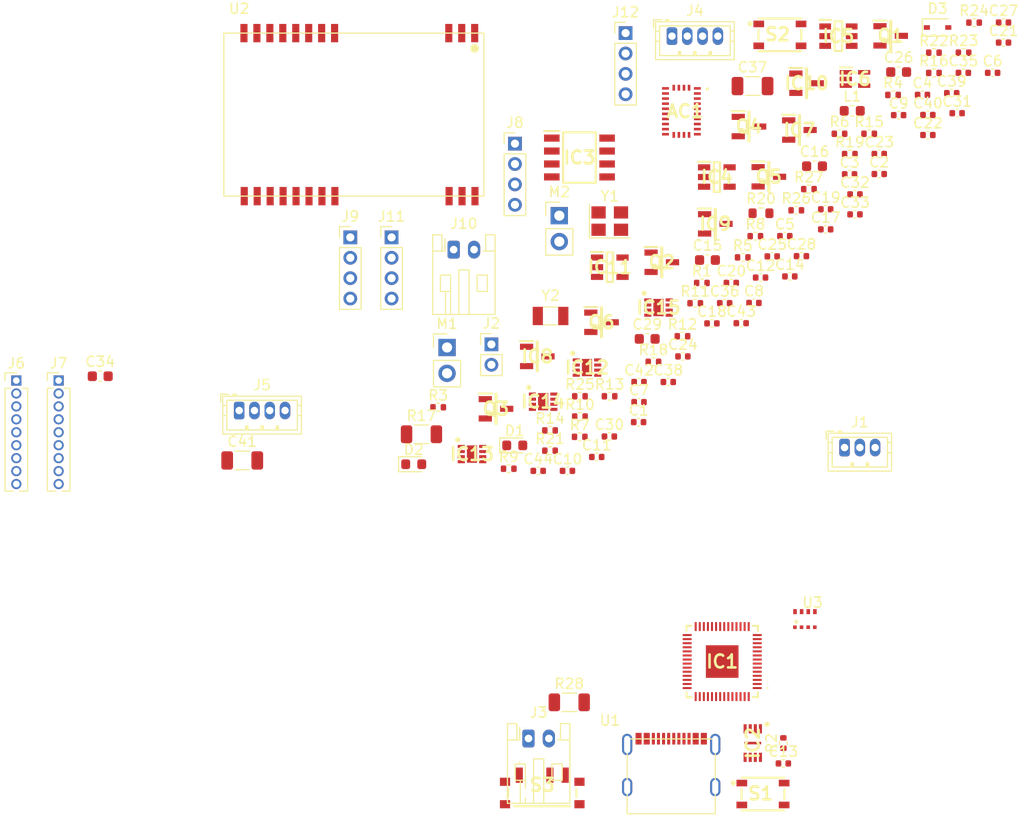
<source format=kicad_pcb>
(kicad_pcb (version 20211014) (generator pcbnew)
  (layers (0 "F.Cu" signal) (31 "B.Cu" signal) (34 "B.Paste" user) (35 "F.Paste" user) (36 "B.SilkS" user "B.Silkscreen") (37 "F.SilkS" user "F.Silkscreen") (38 "B.Mask" user) (39 "F.Mask" user) (44 "Edge.Cuts" user))
  (net 0 "")
  (net 2 "GND")
  (net 3 "+3V3")
  (net 4 "Net-(AC1-Pad4)")
  (net 7 "Net-(AC1-Pad9)")
  (net 11 "BNO085_INTN")
  (net 15 "I2C0_SCL")
  (net 16 "I2C0_SDA")
  (net 21 "Net-(AC1-Pad26)")
  (net 22 "Net-(AC1-Pad27)")
  (net 23 "XIN")
  (net 24 "Net-(C4-Pad2)")
  (net 25 "+1V1")
  (net 26 "+BATT")
  (net 27 "Net-(C15-Pad1)")
  (net 28 "Net-(C22-Pad1)")
  (net 29 "Net-(C22-Pad2)")
  (net 30 "Net-(D1-Pad2)")
  (net 31 "VBUS")
  (net 32 "Net-(D2-Pad2)")
  (net 33 "/QSPI_SS")
  (net 34 "/QSPI_SD1")
  (net 35 "/QSPI_SD2")
  (net 36 "/QSPI_SD0")
  (net 37 "/QSPI_SCLK")
  (net 38 "/QSPI_SD3")
  (net 39 "MOE_RA")
  (net 40 "MOE_RB")
  (net 41 "MOE_LA")
  (net 42 "MOE_LB")
  (net 43 "Imonitor_Main")
  (net 44 "Imonitor_Sub")
  (net 45 "Net-(IC4-Pad3)")
  (net 46 "Net-(IC5-Pad4)")
  (net 48 "/3V3A")
  (net 50 "Net-(IC11-Pad3)")
  (net 51 "M_RB")
  (net 52 "M_RA")
  (net 53 "Net-(IC12-Pad2)")
  (net 54 "Net-(IC12-Pad7)")
  (net 55 "Net-(IC12-Pad3)")
  (net 56 "Net-(IC14-Pad2)")
  (net 57 "M_LB")
  (net 58 "M_LA")
  (net 59 "Net-(IC13-Pad7)")
  (net 60 "Net-(IC14-Pad7)")
  (net 61 "SWCLK")
  (net 62 "SWDIO")
  (net 63 "Net-(IC14-Pad3)")
  (net 64 "/7V4")
  (net 65 "I2C1_SCL")
  (net 66 "I2C1_SDA")
  (net 67 "Net-(IC15-Pad7)")
  (net 68 "GNSS_RX")
  (net 69 "GNSS_TX")
  (net 70 "Net-(J2-Pad1)")
  (net 71 "Net-(Q1-Pad1)")
  (net 72 "ToF_VCC")
  (net 73 "GNSS_VCC")
  (net 74 "Vmonitor")
  (net 75 "Net-(J4-Pad3)")
  (net 76 "Net-(J5-Pad3)")
  (net 77 "Net-(R2-Pad1)")
  (net 78 "XOUT")
  (net 79 "Net-(IC1-Pad47)")
  (net 80 "/USB_D_P")
  (net 81 "Net-(IC1-Pad46)")
  (net 82 "/USB_D_N")
  (net 83 "LED")
  (net 84 "Nichrome")
  (net 85 "RUN")
  (net 93 "Net-(Q3-Pad1)")
  (net 94 "Net-(Q4-Pad3)")
  (net 95 "LORA_RX")
  (net 96 "LORA_TX")
  (net 97 "LORA_AUX")
  (net 98 "Net-(R5-Pad1)")
  (net 99 "Net-(R6-Pad1)")
  (net 115 "Net-(J3-Pad2)")
  (footprint "Crystal:Crystal_SMD_3225-4Pin_3.2x2.5mm" (layer "F.Cu") (at 216.975 89.775)
    (fp_text reference "Y1" (at 0 -2.45) (layer "F.SilkS"))
    (fp_text value "Crystal_GND24")
    (pad "1" smd rect (at -1.1 0.85) (size 1.4 1.2) (layers "F.Cu" "F.Paste" "F.Mask") (net 24 "Net-(C4-Pad2)"))
    (pad "2" smd rect (at 1.1 0.85) (size 1.4 1.2) (layers "F.Cu" "F.Paste" "F.Mask") (net 2 "GND"))
    (pad "3" smd rect (at 1.1 -0.85) (size 1.4 1.2) (layers "F.Cu" "F.Paste" "F.Mask") (net 23 "XIN"))
    (pad "4" smd rect (at -1.1 -0.85) (size 1.4 1.2) (layers "F.Cu" "F.Paste" "F.Mask") (net 2 "GND"))
  )
  (footprint "Resistor_SMD:R_0402_1005Metric" (layer "F.Cu") (at 242.415 81.205)
    (fp_text reference "R15" (at 0 -1.17) (layer "F.SilkS"))
    (fp_text value "2k2")
    (pad "1" smd roundrect (at -0.51 0) (size 0.54 0.64) (layers "F.Cu" "F.Paste" "F.Mask") (net 3 "+3V3"))
    (pad "2" smd roundrect (at 0.51 0) (size 0.54 0.64) (layers "F.Cu" "F.Paste" "F.Mask") (net 65 "I2C1_SCL"))
  )
  (footprint "Crystal:Crystal_SMD_3215-2Pin_3.2x1.5mm" (layer "F.Cu") (at 211.165 99.085)
    (fp_text reference "Y2" (at 0 -2) (layer "F.SilkS"))
    (fp_text value "32.768kHz")
    (pad "1" smd rect (at 1.25 0) (size 1 1.8) (layers "F.Cu" "F.Paste" "F.Mask") (net 22 "Net-(AC1-Pad27)"))
    (pad "2" smd rect (at -1.25 0) (size 1 1.8) (layers "F.Cu" "F.Paste" "F.Mask") (net 21 "Net-(AC1-Pad26)"))
  )
  (footprint "Capacitor_SMD:C_0603_1608Metric" (layer "F.Cu") (at 167 105)
    (fp_text reference "C34" (at 0 -1.43) (layer "F.SilkS"))
    (fp_text value "22u")
    (pad "1" smd roundrect (at -0.775 0) (size 0.9 0.95) (layers "F.Cu" "F.Paste" "F.Mask") (net 48 "/3V3A"))
    (pad "2" smd roundrect (at 0.775 0) (size 0.9 0.95) (layers "F.Cu" "F.Paste" "F.Mask") (net 2 "GND"))
  )
  (footprint "Capacitor_SMD:C_0402_1005Metric" (layer "F.Cu") (at 229.865 99.795)
    (fp_text reference "C43" (at 0 -1.16) (layer "F.SilkS"))
    (fp_text value "100n")
    (pad "1" smd roundrect (at -0.48 0) (size 0.56 0.62) (layers "F.Cu" "F.Paste" "F.Mask") (net 26 "+BATT"))
    (pad "2" smd roundrect (at 0.48 0) (size 0.56 0.62) (layers "F.Cu" "F.Paste" "F.Mask") (net 2 "GND"))
  )
  (footprint "Capacitor_SMD:C_0402_1005Metric" (layer "F.Cu") (at 222.715 105.565)
    (fp_text reference "C38" (at 0 -1.16) (layer "F.SilkS"))
    (fp_text value "100n")
    (pad "1" smd roundrect (at -0.48 0) (size 0.56 0.62) (layers "F.Cu" "F.Paste" "F.Mask") (net 3 "+3V3"))
    (pad "2" smd roundrect (at 0.48 0) (size 0.56 0.62) (layers "F.Cu" "F.Paste" "F.Mask") (net 2 "GND"))
  )
  (footprint "Resistor_SMD:R_0402_1005Metric" (layer "F.Cu") (at 211.115 110.315)
    (fp_text reference "R14" (at 0 -1.17) (layer "F.SilkS"))
    (fp_text value "10k")
    (pad "1" smd roundrect (at -0.51 0) (size 0.54 0.64) (layers "F.Cu" "F.Paste" "F.Mask") (net 4 "Net-(AC1-Pad4)"))
    (pad "2" smd roundrect (at 0.51 0) (size 0.54 0.64) (layers "F.Cu" "F.Paste" "F.Mask") (net 3 "+3V3"))
  )
  (footprint "Capacitor_SMD:C_0402_1005Metric" (layer "F.Cu") (at 235.775 93.215)
    (fp_text reference "C28" (at 0 -1.16) (layer "F.SilkS"))
    (fp_text value "100n")
    (pad "1" smd roundrect (at -0.48 0) (size 0.56 0.62) (layers "F.Cu" "F.Paste" "F.Mask") (net 3 "+3V3"))
    (pad "2" smd roundrect (at 0.48 0) (size 0.56 0.62) (layers "F.Cu" "F.Paste" "F.Mask") (net 2 "GND"))
  )
  (footprint "Connector_PinHeader_2.00mm:PinHeader_1x02_P2.00mm_Vertical" (layer "F.Cu") (at 205.365 101.875)
    (fp_text reference "J2" (at 0 -2.06) (layer "F.SilkS"))
    (fp_text value "Nichrome")
    (pad "1" thru_hole rect (at 0 0) (size 1.35 1.35) (drill 0.8) (layers *.Cu *.Mask) (net 70 "Net-(J2-Pad1)"))
    (pad "2" thru_hole oval (at 0 2) (size 1.35 1.35) (drill 0.8) (layers *.Cu *.Mask) (net 64 "/7V4"))
  )
  (footprint "Capacitor_SMD:C_0402_1005Metric" (layer "F.Cu") (at 248.175 79.355)
    (fp_text reference "C40" (at 0 -1.16) (layer "F.SilkS"))
    (fp_text value "100n")
    (pad "1" smd roundrect (at -0.48 0) (size 0.56 0.62) (layers "F.Cu" "F.Paste" "F.Mask") (net 26 "+BATT"))
    (pad "2" smd roundrect (at 0.48 0) (size 0.56 0.62) (layers "F.Cu" "F.Paste" "F.Mask") (net 2 "GND"))
  )
  (footprint "SamacSys_Parts:SOT65P210X100-5N" (layer "F.Cu") (at 241.025 75.825)
    (fp_text reference "IC6" (at 0 0) (layer "F.SilkS") (effects (font (size 1.27 1.27) (thickness 0.254))))
    (fp_text value "NJM2878F3-33-TE2" hide)
    (pad "1" smd rect locked (at -0.9 -0.65 90) (size 0.45 1.2) (layers "F.Cu" "F.Paste" "F.Mask") (net 26 "+BATT"))
    (pad "2" smd rect locked (at -0.9 0 90) (size 0.45 1.2) (layers "F.Cu" "F.Paste" "F.Mask") (net 2 "GND"))
    (pad "3" smd rect locked (at -0.9 0.65 90) (size 0.45 1.2) (layers "F.Cu" "F.Paste" "F.Mask"))
    (pad "4" smd rect locked (at 0.9 0.65 90) (size 0.45 1.2) (layers "F.Cu" "F.Paste" "F.Mask") (net 48 "/3V3A"))
    (pad "5" smd rect locked (at 0.9 -0.65 90) (size 0.45 1.2) (layers "F.Cu" "F.Paste" "F.Mask") (net 26 "+BATT"))
  )
  (footprint "SamacSys_Parts:SOT95P237X112-3N" (layer "F.Cu") (at 222.075 93.815)
    (fp_text reference "Q2" (at 0 0) (layer "F.SilkS") (effects (font (size 1.27 1.27) (thickness 0.254))))
    (fp_text value "IRLML6402" hide)
    (pad "1" smd rect locked (at -1.05 -0.95 90) (size 0.6 1.3) (layers "F.Cu" "F.Paste" "F.Mask") (net 31 "VBUS"))
    (pad "2" smd rect locked (at -1.05 0.95 90) (size 0.6 1.3) (layers "F.Cu" "F.Paste" "F.Mask") (net 27 "Net-(C15-Pad1)"))
    (pad "3" smd rect locked (at 1.05 0 90) (size 0.6 1.3) (layers "F.Cu" "F.Paste" "F.Mask") (net 26 "+BATT"))
  )
  (footprint "Capacitor_SMD:C_0402_1005Metric" (layer "F.Cu") (at 234 143)
    (fp_text reference "C13" (at 0 -1.16) (layer "F.SilkS"))
    (fp_text value "100n")
    (pad "1" smd roundrect (at -0.48 0) (size 0.56 0.62) (layers "F.Cu" "F.Paste" "F.Mask") (net 3 "+3V3"))
    (pad "2" smd roundrect (at 0.48 0) (size 0.56 0.62) (layers "F.Cu" "F.Paste" "F.Mask") (net 2 "GND"))
  )
  (footprint "Connector_PinHeader_1.27mm:PinHeader_1x09_P1.27mm_Vertical" (layer "F.Cu") (at 162.92 105.42)
    (fp_text reference "J7" (at 0 -1.695) (layer "F.SilkS"))
    (fp_text value "B2B")
    (pad "1" thru_hole rect (at 0 0) (size 1 1) (drill 0.65) (layers *.Cu *.Mask) (net 44 "Imonitor_Sub"))
    (pad "2" thru_hole oval (at 0 1.27) (size 1 1) (drill 0.65) (layers *.Cu *.Mask) (net 39 "MOE_RA"))
    (pad "3" thru_hole oval (at 0 2.54) (size 1 1) (drill 0.65) (layers *.Cu *.Mask) (net 40 "MOE_RB"))
    (pad "4" thru_hole oval (at 0 3.81) (size 1 1) (drill 0.65) (layers *.Cu *.Mask) (net 41 "MOE_LA"))
    (pad "5" thru_hole oval (at 0 5.08) (size 1 1) (drill 0.65) (layers *.Cu *.Mask) (net 42 "MOE_LB"))
    (pad "6" thru_hole oval (at 0 6.35) (size 1 1) (drill 0.65) (layers *.Cu *.Mask) (net 58 "M_LA"))
    (pad "7" thru_hole oval (at 0 7.62) (size 1 1) (drill 0.65) (layers *.Cu *.Mask) (net 57 "M_LB"))
    (pad "8" thru_hole oval (at 0 8.89) (size 1 1) (drill 0.65) (layers *.Cu *.Mask) (net 52 "M_RA"))
    (pad "9" thru_hole oval (at 0 10.16) (size 1 1) (drill 0.65) (layers *.Cu *.Mask) (net 51 "M_RB"))
  )
  (footprint "Capacitor_SMD:C_0402_1005Metric" (layer "F.Cu") (at 215.695 112.925)
    (fp_text reference "C11" (at 0 -1.16) (layer "F.SilkS"))
    (fp_text value "100n")
    (pad "1" smd roundrect (at -0.48 0) (size 0.56 0.62) (layers "F.Cu" "F.Paste" "F.Mask") (net 3 "+3V3"))
    (pad "2" smd roundrect (at 0.48 0) (size 0.56 0.62) (layers "F.Cu" "F.Paste" "F.Mask") (net 2 "GND"))
  )
  (footprint "Capacitor_SMD:C_0402_1005Metric" (layer "F.Cu") (at 234.635 95.205)
    (fp_text reference "C14" (at 0 -1.16) (layer "F.SilkS"))
    (fp_text value "100n")
    (pad "1" smd roundrect (at -0.48 0) (size 0.56 0.62) (layers "F.Cu" "F.Paste" "F.Mask") (net 7 "Net-(AC1-Pad9)"))
    (pad "2" smd roundrect (at 0.48 0) (size 0.56 0.62) (layers "F.Cu" "F.Paste" "F.Mask") (net 2 "GND"))
  )
  (footprint "SamacSys_Parts:SON50P200X200X80-9N" (layer "F.Cu") (at 210.44 107.5)
    (fp_text reference "IC14" (at 0 0) (layer "F.SilkS") (effects (font (size 1.27 1.27) (thickness 0.254))))
    (fp_text value "DRV8837DSGR" hide)
    (pad "1" smd rect locked (at -1.05 -0.75 90) (size 0.3 0.7) (layers "F.Cu" "F.Paste" "F.Mask") (net 26 "+BATT"))
    (pad "2" smd rect locked (at -1.05 -0.25 90) (size 0.3 0.7) (layers "F.Cu" "F.Paste" "F.Mask") (net 56 "Net-(IC14-Pad2)"))
    (pad "3" smd rect locked (at -1.05 0.25 90) (size 0.3 0.7) (layers "F.Cu" "F.Paste" "F.Mask") (net 63 "Net-(IC14-Pad3)"))
    (pad "4" smd rect locked (at -1.05 0.75 90) (size 0.3 0.7) (layers "F.Cu" "F.Paste" "F.Mask") (net 2 "GND"))
    (pad "5" smd rect locked (at 1.05 0.75 90) (size 0.3 0.7) (layers "F.Cu" "F.Paste" "F.Mask") (net 57 "M_LB"))
    (pad "6" smd rect locked (at 1.05 0.25 90) (size 0.3 0.7) (layers "F.Cu" "F.Paste" "F.Mask") (net 58 "M_LA"))
    (pad "7" smd rect locked (at 1.05 -0.25 90) (size 0.3 0.7) (layers "F.Cu" "F.Paste" "F.Mask") (net 60 "Net-(IC14-Pad7)"))
    (pad "8" smd rect locked (at 1.05 -0.75 90) (size 0.3 0.7) (layers "F.Cu" "F.Paste" "F.Mask") (net 3 "+3V3"))
    (pad "9" smd rect locked (at 0 0) (size 1 1.7) (layers "F.Cu" "F.Paste" "F.Mask") (net 2 "GND"))
  )
  (footprint "Resistor_SMD:R_0402_1005Metric" (layer "F.Cu") (at 216.955 106.965)
    (fp_text reference "R13" (at 0 -1.17) (layer "F.SilkS"))
    (fp_text value "100k")
    (pad "1" smd roundrect (at -0.51 0) (size 0.54 0.64) (layers "F.Cu" "F.Paste" "F.Mask") (net 115 "Net-(J3-Pad2)"))
    (pad "2" smd roundrect (at 0.51 0) (size 0.54 0.64) (layers "F.Cu" "F.Paste" "F.Mask") (net 93 "Net-(Q3-Pad1)"))
  )
  (footprint "SamacSys_Parts:SMT_4.2X3.2_" (layer "F.Cu") (at 233.65937 71.5)
    (fp_text reference "S2" (at -0.23333 -0.0507) (layer "F.SilkS") (effects (font (size 1.27 1.27) (thickness 0.254))))
    (fp_text value "SKRPACE010" hide)
    (pad "1" smd rect locked (at -2.075 -1.075 90) (size 0.65 1.05) (layers "F.Cu" "F.Paste" "F.Mask") (net 85 "RUN"))
    (pad "2" smd rect locked (at 2.075 -1.075 90) (size 0.65 1.05) (layers "F.Cu" "F.Paste" "F.Mask") (net 85 "RUN"))
    (pad "3" smd rect locked (at -2.075 1.075 90) (size 0.65 1.05) (layers "F.Cu" "F.Paste" "F.Mask") (net 2 "GND"))
    (pad "4" smd rect locked (at 2.075 1.075 90) (size 0.65 1.05) (layers "F.Cu" "F.Paste" "F.Mask") (net 2 "GND"))
  )
  (footprint "Resistor_SMD:R_1206_3216Metric" (layer "F.Cu") (at 213 137)
    (fp_text reference "R28" (at 0 -1.82) (layer "F.SilkS"))
    (fp_text value "0.01")
    (pad "1" smd roundrect (at -1.4625 0) (size 1.125 1.75) (layers "F.Cu" "F.Paste" "F.Mask") (roundrect_rratio 0.222222) (net 26 "+BATT"))
    (pad "2" smd roundrect (at 1.4625 0) (size 1.125 1.75) (layers "F.Cu" "F.Paste" "F.Mask") (roundrect_rratio 0.222222) (net 50 "Net-(IC11-Pad3)"))
  )
  (footprint "Capacitor_SMD:C_1206_3216Metric" (layer "F.Cu") (at 230.975 76.525)
    (fp_text reference "C37" (at 0 -1.85) (layer "F.SilkS"))
    (fp_text value "100u")
    (pad "1" smd roundrect (at -1.475 0) (size 1.15 1.8) (layers "F.Cu" "F.Paste" "F.Mask") (roundrect_rratio 0.217391) (net 26 "+BATT"))
    (pad "2" smd roundrect (at 1.475 0) (size 1.15 1.8) (layers "F.Cu" "F.Paste" "F.Mask") (roundrect_rratio 0.217391) (net 2 "GND"))
  )
  (footprint "Capacitor_SMD:C_0402_1005Metric" (layer "F.Cu") (at 228.895 95.835)
    (fp_text reference "C20" (at 0 -1.16) (layer "F.SilkS"))
    (fp_text value "100n")
    (pad "1" smd roundrect (at -0.48 0) (size 0.56 0.62) (layers "F.Cu" "F.Paste" "F.Mask") (net 3 "+3V3"))
    (pad "2" smd roundrect (at 0.48 0) (size 0.56 0.62) (layers "F.Cu" "F.Paste" "F.Mask") (net 2 "GND"))
  )
  (footprint "Capacitor_SMD:C_0402_1005Metric" (layer "F.Cu") (at 238.155 90.585)
    (fp_text reference "C17" (at 0 -1.16) (layer "F.SilkS"))
    (fp_text value "100n")
    (pad "1" smd roundrect (at -0.48 0) (size 0.56 0.62) (layers "F.Cu" "F.Paste" "F.Mask") (net 3 "+3V3"))
    (pad "2" smd roundrect (at 0.48 0) (size 0.56 0.62) (layers "F.Cu" "F.Paste" "F.Mask") (net 2 "GND"))
  )
  (footprint "Resistor_SMD:R_0402_1005Metric" (layer "F.Cu") (at 252.705 70.295)
    (fp_text reference "R24" (at 0 -1.17) (layer "F.SilkS"))
    (fp_text value "10k")
    (pad "1" smd roundrect (at -0.51 0) (size 0.54 0.64) (layers "F.Cu" "F.Paste" "F.Mask") (net 48 "/3V3A"))
    (pad "2" smd roundrect (at 0.51 0) (size 0.54 0.64) (layers "F.Cu" "F.Paste" "F.Mask") (net 54 "Net-(IC12-Pad7)"))
  )
  (footprint "Capacitor_SMD:C_0402_1005Metric" (layer "F.Cu") (at 219.845 105.565)
    (fp_text reference "C42" (at 0 -1.16) (layer "F.SilkS"))
    (fp_text value "100n")
    (pad "1" smd roundrect (at -0.48 0) (size 0.56 0.62) (layers "F.Cu" "F.Paste" "F.Mask") (net 3 "+3V3"))
    (pad "2" smd roundrect (at 0.48 0) (size 0.56 0.62) (layers "F.Cu" "F.Paste" "F.Mask") (net 2 "GND"))
  )
  (footprint "Capacitor_SMD:C_0402_1005Metric" (layer "F.Cu") (at 241.025 87.145)
    (fp_text reference "C32" (at 0 -1.16) (layer "F.SilkS"))
    (fp_text value "100n")
    (pad "1" smd roundrect (at -0.48 0) (size 0.56 0.62) (layers "F.Cu" "F.Paste" "F.Mask") (net 48 "/3V3A"))
    (pad "2" smd roundrect (at 0.48 0) (size 0.56 0.62) (layers "F.Cu" "F.Paste" "F.Mask") (net 2 "GND"))
  )
  (footprint "Connector_PinHeader_2.00mm:PinHeader_1x04_P2.00mm_Vertical" (layer "F.Cu") (at 218.525 71.325)
    (fp_text reference "J12" (at 0 -2.06) (layer "F.SilkS"))
    (fp_text value "Encoder_R")
    (pad "1" thru_hole rect (at 0 0) (size 1.35 1.35) (drill 0.8) (layers *.Cu *.Mask) (net 48 "/3V3A"))
    (pad "2" thru_hole oval (at 0 2) (size 1.35 1.35) (drill 0.8) (layers *.Cu *.Mask) (net 41 "MOE_LA"))
    (pad "3" thru_hole oval (at 0 4) (size 1.35 1.35) (drill 0.8) (layers *.Cu *.Mask) (net 42 "MOE_LB"))
    (pad "4" thru_hole oval (at 0 6) (size 1.35 1.35) (drill 0.8) (layers *.Cu *.Mask) (net 2 "GND"))
  )
  (footprint "Capacitor_SMD:C_0402_1005Metric" (layer "F.Cu") (at 245.305 79.375)
    (fp_text reference "C9" (at 0 -1.16) (layer "F.SilkS"))
    (fp_text value "1u")
    (pad "1" smd roundrect (at -0.48 0) (size 0.56 0.62) (layers "F.Cu" "F.Paste" "F.Mask") (net 3 "+3V3"))
    (pad "2" smd roundrect (at 0.48 0) (size 0.56 0.62) (layers "F.Cu" "F.Paste" "F.Mask") (net 2 "GND"))
  )
  (footprint "SamacSys_Parts:SON50P200X200X80-9N" (layer "F.Cu") (at 214.74 104.15)
    (fp_text reference "IC12" (at 0 0) (layer "F.SilkS") (effects (font (size 1.27 1.27) (thickness 0.254))))
    (fp_text value "DRV8837DSGR" hide)
    (pad "1" smd rect locked (at -1.05 -0.75 90) (size 0.3 0.7) (layers "F.Cu" "F.Paste" "F.Mask") (net 26 "+BATT"))
    (pad "2" smd rect locked (at -1.05 -0.25 90) (size 0.3 0.7) (layers "F.Cu" "F.Paste" "F.Mask") (net 53 "Net-(IC12-Pad2)"))
    (pad "3" smd rect locked (at -1.05 0.25 90) (size 0.3 0.7) (layers "F.Cu" "F.Paste" "F.Mask") (net 55 "Net-(IC12-Pad3)"))
    (pad "4" smd rect locked (at -1.05 0.75 90) (size 0.3 0.7) (layers "F.Cu" "F.Paste" "F.Mask") (net 2 "GND"))
    (pad "5" smd rect locked (at 1.05 0.75 90) (size 0.3 0.7) (layers "F.Cu" "F.Paste" "F.Mask") (net 51 "M_RB"))
    (pad "6" smd rect locked (at 1.05 0.25 90) (size 0.3 0.7) (layers "F.Cu" "F.Paste" "F.Mask") (net 52 "M_RA"))
    (pad "7" smd rect locked (at 1.05 -0.25 90) (size 0.3 0.7) (layers "F.Cu" "F.Paste" "F.Mask") (net 54 "Net-(IC12-Pad7)"))
    (pad "8" smd rect locked (at 1.05 -0.75 90) (size 0.3 0.7) (layers "F.Cu" "F.Paste" "F.Mask") (net 48 "/3V3A"))
    (pad "9" smd rect locked (at 0 0) (size 1 1.7) (layers "F.Cu" "F.Paste" "F.Mask") (net 2 "GND"))
  )
  (footprint "Capacitor_SMD:C_0402_1005Metric" (layer "F.Cu") (at 255.595 70.285)
    (fp_text reference "C27" (at 0 -1.16) (layer "F.SilkS"))
    (fp_text value "100n")
    (pad "1" smd roundrect (at -0.48 0) (size 0.56 0.62) (layers "F.Cu" "F.Paste" "F.Mask") (net 3 "+3V3"))
    (pad "2" smd roundrect (at 0.48 0) (size 0.56 0.62) (layers "F.Cu" "F.Paste" "F.Mask") (net 2 "GND"))
  )
  (footprint "SamacSys_Parts:SOT95P237X112-3N" (layer "F.Cu") (at 235.575 80.835)
    (fp_text reference "IC7" (at 0 0) (layer "F.SilkS") (effects (font (size 1.27 1.27) (thickness 0.254))))
    (fp_text value "DRV5013ADQDBZR" hide)
    (pad "1" smd rect locked (at -1.05 -0.95 90) (size 0.6 1.3) (layers "F.Cu" "F.Paste" "F.Mask") (net 48 "/3V3A"))
    (pad "2" smd rect locked (at -1.05 0.95 90) (size 0.6 1.3) (layers "F.Cu" "F.Paste" "F.Mask") (net 39 "MOE_RA"))
    (pad "3" smd rect locked (at 1.05 0 90) (size 0.6 1.3) (layers "F.Cu" "F.Paste" "F.Mask") (net 2 "GND"))
  )
  (footprint "Resistor_SMD:R_0402_1005Metric" (layer "F.Cu") (at 207.065 114.075)
    (fp_text reference "R9" (at 0 -1.17) (layer "F.SilkS"))
    (fp_text value "1k")
    (pad "1" smd roundrect (at -0.51 0) (size 0.54 0.64) (layers "F.Cu" "F.Paste" "F.Mask") (net 83 "LED"))
    (pad "2" smd roundrect (at 0.51 0) (size 0.54 0.64) (layers "F.Cu" "F.Paste" "F.Mask") (net 30 "Net-(D1-Pad2)"))
  )
  (footprint "Capacitor_SMD:C_0603_1608Metric" (layer "F.Cu") (at 237.055 84.385)
    (fp_text reference "C16" (at 0 -1.43) (layer "F.SilkS"))
    (fp_text value "22u")
    (pad "1" smd roundrect (at -0.775 0) (size 0.9 0.95) (layers "F.Cu" "F.Paste" "F.Mask") (net 27 "Net-(C15-Pad1)"))
    (pad "2" smd roundrect (at 0.775 0) (size 0.9 0.95) (layers "F.Cu" "F.Paste" "F.Mask") (net 2 "GND"))
  )
  (footprint "Resistor_SMD:R_0402_1005Metric" (layer "F.Cu") (at 225.355 97.835)
    (fp_text reference "R11" (at 0 -1.17) (layer "F.SilkS"))
    (fp_text value "2k2")
    (pad "1" smd roundrect (at -0.51 0) (size 0.54 0.64) (layers "F.Cu" "F.Paste" "F.Mask") (net 3 "+3V3"))
    (pad "2" smd roundrect (at 0.51 0) (size 0.54 0.64) (layers "F.Cu" "F.Paste" "F.Mask") (net 16 "I2C0_SDA"))
  )
  (footprint "Capacitor_SMD:C_0402_1005Metric" (layer "F.Cu") (at 241.025 89.115)
    (fp_text reference "C33" (at 0 -1.16) (layer "F.SilkS"))
    (fp_text value "100n")
    (pad "1" smd roundrect (at -0.48 0) (size 0.56 0.62) (layers "F.Cu" "F.Paste" "F.Mask") (net 3 "+3V3"))
    (pad "2" smd roundrect (at 0.48 0) (size 0.56 0.62) (layers "F.Cu" "F.Paste" "F.Mask") (net 2 "GND"))
  )
  (footprint "SamacSys_Parts:SOT95P280X145-5N" (layer "F.Cu") (at 227.475 85.45)
    (fp_text reference "IC4" (at 0 0) (layer "F.SilkS") (effects (font (size 1.27 1.27) (thickness 0.254))))
    (fp_text value "INA180A2IDBVR" hide)
    (pad "1" smd rect locked (at -1.25 -0.95 90) (size 0.6 1.2) (layers "F.Cu" "F.Paste" "F.Mask") (net 43 "Imonitor_Main"))
    (pad "2" smd rect locked (at -1.25 0 90) (size 0.6 1.2) (layers "F.Cu" "F.Paste" "F.Mask") (net 2 "GND"))
    (pad "3" smd rect locked (at -1.25 0.95 90) (size 0.6 1.2) (layers "F.Cu" "F.Paste" "F.Mask") (net 45 "Net-(IC4-Pad3)"))
    (pad "4" smd rect locked (at 1.25 0.95 90) (size 0.6 1.2) (layers "F.Cu" "F.Paste" "F.Mask") (net 26 "+BATT"))
    (pad "5" smd rect locked (at 1.25 -0.95 90) (size 0.6 1.2) (layers "F.Cu" "F.Paste" "F.Mask") (net 3 "+3V3"))
  )
  (footprint "Connector_JST:JST_PH_S2B-PH-K_1x02_P2.00mm_Horizontal" (layer "F.Cu") (at 209 140.55)
    (fp_text reference "J3" (at 1 -2.55) (layer "F.SilkS"))
    (fp_text value "JST PH 2")
    (pad "1" thru_hole roundrect (at 0 0) (size 1.2 1.75) (drill 0.75) (layers *.Cu *.Mask) (roundrect_rratio 0.208333) (net 2 "GND"))
    (pad "2" thru_hole oval (at 2 0) (size 1.2 1.75) (drill 0.75) (layers *.Cu *.Mask) (net 115 "Net-(J3-Pad2)"))
  )
  (footprint "Capacitor_SMD:C_0603_1608Metric" (layer "F.Cu") (at 226.555 93.595)
    (fp_text reference "C15" (at 0 -1.43) (layer "F.SilkS"))
    (fp_text value "22u")
    (pad "1" smd roundrect (at -0.775 0) (size 0.9 0.95) (layers "F.Cu" "F.Paste" "F.Mask") (net 27 "Net-(C15-Pad1)"))
    (pad "2" smd roundrect (at 0.775 0) (size 0.9 0.95) (layers "F.Cu" "F.Paste" "F.Mask") (net 2 "GND"))
  )
  (footprint "Capacitor_SMD:C_0402_1005Metric" (layer "F.Cu") (at 251.045 79.185)
    (fp_text reference "C31" (at 0 -1.16) (layer "F.SilkS"))
    (fp_text value "100n")
    (pad "1" smd roundrect (at -0.48 0) (size 0.56 0.62) (layers "F.Cu" "F.Paste" "F.Mask") (net 3 "+3V3"))
    (pad "2" smd roundrect (at 0.48 0) (size 0.56 0.62) (layers "F.Cu" "F.Paste" "F.Mask") (net 2 "GND"))
  )
  (footprint "Resistor_SMD:R_0402_1005Metric" (layer "F.Cu") (at 240.515 83.195)
    (fp_text reference "R19" (at 0 -1.17) (layer "F.SilkS"))
    (fp_text value "10k")
    (pad "1" smd roundrect (at -0.51 0) (size 0.54 0.64) (layers "F.Cu" "F.Paste" "F.Mask") (net 94 "Net-(Q4-Pad3)"))
    (pad "2" smd roundrect (at 0.51 0) (size 0.54 0.64) (layers "F.Cu" "F.Paste" "F.Mask") (net 2 "GND"))
  )
  (footprint "SamacSys_Parts:SOT95P237X112-3N" (layer "F.Cu") (at 209.865 103.055)
    (fp_text reference "IC8" (at 0 0) (layer "F.SilkS") (effects (font (size 1.27 1.27) (thickness 0.254))))
    (fp_text value "DRV5013ADQDBZR" hide)
    (pad "1" smd rect locked (at -1.05 -0.95 90) (size 0.6 1.3) (layers "F.Cu" "F.Paste" "F.Mask") (net 3 "+3V3"))
    (pad "2" smd rect locked (at -1.05 0.95 90) (size 0.6 1.3) (layers "F.Cu" "F.Paste" "F.Mask") (net 40 "MOE_RB"))
    (pad "3" smd rect locked (at 1.05 0 90) (size 0.6 1.3) (layers "F.Cu" "F.Paste" "F.Mask") (net 2 "GND"))
  )
  (footprint "Connector_PinHeader_2.54mm:PinHeader_1x02_P2.54mm_Vertical" (layer "F.Cu") (at 201.015 102.175)
    (fp_text reference "M1" (at 0 -2.33) (layer "F.SilkS"))
    (fp_text value "Motor_DC_R")
    (pad "1" thru_hole rect (at 0 0) (size 1.7 1.7) (drill 1) (layers *.Cu *.Mask) (net 53 "Net-(IC12-Pad2)"))
    (pad "2" thru_hole oval (at 0 2.54) (size 1.7 1.7) (drill 1) (layers *.Cu *.Mask) (net 55 "Net-(IC12-Pad3)"))
  )
  (footprint "Capacitor_SMD:C_0402_1005Metric" (layer "F.Cu") (at 248.175 81.325)
    (fp_text reference "C22" (at 0 -1.16) (layer "F.SilkS"))
    (fp_text value "100n")
    (pad "1" smd roundrect (at -0.48 0) (size 0.56 0.62) (layers "F.Cu" "F.Paste" "F.Mask") (net 28 "Net-(C22-Pad1)"))
    (pad "2" smd roundrect (at 0.48 0) (size 0.56 0.62) (layers "F.Cu" "F.Paste" "F.Mask") (net 29 "Net-(C22-Pad2)"))
  )
  (footprint "LED_SMD:LED_0603_1608Metric" (layer "F.Cu") (at 197.745 113.635)
    (fp_text reference "D2" (at 0 -1.43) (layer "F.SilkS"))
    (fp_text value "LED")
    (pad "1" smd roundrect (at -0.7875 0) (size 0.875 0.95) (layers "F.Cu" "F.Paste" "F.Mask") (net 2 "GND"))
    (pad "2" smd roundrect (at 0.7875 0) (size 0.875 0.95) (layers "F.Cu" "F.Paste" "F.Mask") (net 32 "Net-(D2-Pad2)"))
  )
  (footprint "Resistor_SMD:R_0402_1005Metric" (layer "F.Cu") (at 234 141 90)
    (fp_text reference "R2" (at 0 -1.17 90) (layer "F.SilkS"))
    (fp_text value "1k")
    (pad "1" smd roundrect (at -0.51 0 90) (size 0.54 0.64) (layers "F.Cu" "F.Paste" "F.Mask") (net 77 "Net-(R2-Pad1)"))
    (pad "2" smd roundrect (at 0.51 0 90) (size 0.54 0.64) (layers "F.Cu" "F.Paste" "F.Mask") (net 33 "/QSPI_SS"))
  )
  (footprint "Capacitor_SMD:C_0402_1005Metric" (layer "F.Cu") (at 212.825 114.285)
    (fp_text reference "C10" (at 0 -1.16) (layer "F.SilkS"))
    (fp_text value "1u")
    (pad "1" smd roundrect (at -0.48 0) (size 0.56 0.62) (layers "F.Cu" "F.Paste" "F.Mask") (net 25 "+1V1"))
    (pad "2" smd roundrect (at 0.48 0) (size 0.56 0.62) (layers "F.Cu" "F.Paste" "F.Mask") (net 2 "GND"))
  )
  (footprint "Capacitor_SMD:C_0402_1005Metric" (layer "F.Cu") (at 226.995 99.815)
    (fp_text reference "C18" (at 0 -1.16) (layer "F.SilkS"))
    (fp_text value "100n")
    (pad "1" smd roundrect (at -0.48 0) (size 0.56 0.62) (layers "F.Cu" "F.Paste" "F.Mask") (net 3 "+3V3"))
    (pad "2" smd roundrect (at 0.48 0) (size 0.56 0.62) (layers "F.Cu" "F.Paste" "F.Mask") (net 2 "GND"))
  )
  (footprint "Capacitor_SMD:C_0402_1005Metric" (layer "F.Cu") (at 234.145 91.245)
    (fp_text reference "C5" (at 0 -1.16) (layer "F.SilkS"))
    (fp_text value "100n")
    (pad "1" smd roundrect (at -0.48 0) (size 0.56 0.62) (layers "F.Cu" "F.Paste" "F.Mask") (net 3 "+3V3"))
    (pad "2" smd roundrect (at 0.48 0) (size 0.56 0.62) (layers "F.Cu" "F.Paste" "F.Mask") (net 2 "GND"))
  )
  (footprint "Capacitor_SMD:C_1206_3216Metric" (layer "F.Cu") (at 180.925 113.265)
    (fp_text reference "C41" (at 0 -1.85) (layer "F.SilkS"))
    (fp_text value "100u")
    (pad "1" smd roundrect (at -1.475 0) (size 1.15 1.8) (layers "F.Cu" "F.Paste" "F.Mask") (roundrect_rratio 0.217391) (net 26 "+BATT"))
    (pad "2" smd roundrect (at 1.475 0) (size 1.15 1.8) (layers "F.Cu" "F.Paste" "F.Mask") (roundrect_rratio 0.217391) (net 2 "GND"))
  )
  (footprint "Resistor_SMD:R_1206_3216Metric" (layer "F.Cu") (at 198.505 110.695)
    (fp_text reference "R17" (at 0 -1.82) (layer "F.SilkS"))
    (fp_text value "0.01")
    (pad "1" smd roundrect (at -1.4625 0) (size 1.125 1.75) (layers "F.Cu" "F.Paste" "F.Mask") (roundrect_rratio 0.222222) (net 26 "+BATT"))
    (pad "2" smd roundrect (at 1.4625 0) (size 1.125 1.75) (layers "F.Cu" "F.Paste" "F.Mask") (roundrect_rratio 0.222222) (net 45 "Net-(IC4-Pad3)"))
  )
  (footprint "SamacSys_Parts:SOT95P237X112-3N" (layer "F.Cu") (at 230.625 80.495)
    (fp_text reference "Q4" (at 0 0) (layer "F.SilkS") (effects (font (size 1.27 1.27) (thickness 0.254))))
    (fp_text value "IRFML8244TRPBF" hide)
    (pad "1" smd rect locked (at -1.05 -0.95 90) (size 0.6 1.3) (layers "F.Cu" "F.Paste" "F.Mask") (net 3 "+3V3"))
    (pad "2" smd rect locked (at -1.05 0.95 90) (size 0.6 1.3) (layers "F.Cu" "F.Paste" "F.Mask") (net 74 "Vmonitor"))
    (pad "3" smd rect locked (at 1.05 0 90) (size 0.6 1.3) (layers "F.Cu" "F.Paste" "F.Mask") (net 94 "Net-(Q4-Pad3)"))
  )
  (footprint "SamacSys_Parts:SOT95P237X112-3N" (layer "F.Cu") (at 216.165 99.705)
    (fp_text reference "Q6" (at 0 0) (layer "F.SilkS") (effects (font (size 1.27 1.27) (thickness 0.254))))
    (fp_text value "IRLML6402" hide)
    (pad "1" smd rect locked (at -1.05 -0.95 90) (size 0.6 1.3) (layers "F.Cu" "F.Paste" "F.Mask") (net 73 "GNSS_VCC"))
    (pad "2" smd rect locked (at -1.05 0.95 90) (size 0.6 1.3) (layers "F.Cu" "F.Paste" "F.Mask") (net 3 "+3V3"))
    (pad "3" smd rect locked (at 1.05 0 90) (size 0.6 1.3) (layers "F.Cu" "F.Paste" "F.Mask") (net 76 "Net-(J5-Pad3)"))
  )
  (footprint "Capacitor_SMD:C_0402_1005Metric" (layer "F.Cu") (at 219.845 107.535)
    (fp_text reference "C7" (at 0 -1.16) (layer "F.SilkS"))
    (fp_text value "100n")
    (pad "1" smd roundrect (at -0.48 0) (size 0.56 0.62) (layers "F.Cu" "F.Paste" "F.Mask") (net 3 "+3V3"))
    (pad "2" smd roundrect (at 0.48 0) (size 0.56 0.62) (layers "F.Cu" "F.Paste" "F.Mask") (net 2 "GND"))
  )
  (footprint "Resistor_SMD:R_0402_1005Metric" (layer "F.Cu") (at 248.765 75.235)
    (fp_text reference "R16" (at 0 -1.17) (layer "F.SilkS"))
    (fp_text value "2k2")
    (pad "1" smd roundrect (at -0.51 0) (size 0.54 0.64) (layers "F.Cu" "F.Paste" "F.Mask") (net 3 "+3V3"))
    (pad "2" smd roundrect (at 0.51 0) (size 0.54 0.64) (layers "F.Cu" "F.Paste" "F.Mask") (net 66 "I2C1_SDA"))
  )
  (footprint "Resistor_SMD:R_0402_1005Metric" (layer "F.Cu") (at 211.115 112.305)
    (fp_text reference "R21" (at 0 -1.17) (layer "F.SilkS"))
    (fp_text value "30k")
    (pad "1" smd roundrect (at -0.51 0) (size 0.54 0.64) (layers "F.Cu" "F.Paste" "F.Mask") (net 3 "+3V3"))
    (pad "2" smd roundrect (at 0.51 0) (size 0.54 0.64) (layers "F.Cu" "F.Paste" "F.Mask") (net 72 "ToF_VCC"))
  )
  (footprint "Connector_JST_ZH:JST_ZH_B3B-ZR_1x03_P1.50mm_Vertical" (layer "F.Cu") (at 240 112)
    (fp_text reference "J1" (at 1.5 -2.5) (layer "F.SilkS"))
    (fp_text value "Debug Port")
    (pad "1" thru_hole roundrect locked (at 0 0) (size 1.03 1.73) (drill 0.73) (layers *.Cu *.Mask) (roundrect_rratio 0.242718) (net 61 "SWCLK"))
    (pad "2" thru_hole oval locked (at 1.5 0) (size 1.03 1.73) (drill 0.73) (layers *.Cu *.Mask) (net 2 "GND"))
    (pad "3" thru_hole oval locked (at 3 0) (size 1.03 1.73) (drill 0.73) (layers *.Cu *.Mask) (net 62 "SWDIO"))
  )
  (footprint "SamacSys_Parts:SON50P200X200X80-9N" (layer "F.Cu") (at 203.46 112.64)
    (fp_text reference "IC13" (at 0 0) (layer "F.SilkS") (effects (font (size 1.27 1.27) (thickness 0.254))))
    (fp_text value "DRV8837DSGR" hide)
    (pad "1" smd rect locked (at -1.05 -0.75 90) (size 0.3 0.7) (layers "F.Cu" "F.Paste" "F.Mask") (net 26 "+BATT"))
    (pad "2" smd rect locked (at -1.05 -0.25 90) (size 0.3 0.7) (layers "F.Cu" "F.Paste" "F.Mask") (net 53 "Net-(IC12-Pad2)"))
    (pad "3" smd rect locked (at -1.05 0.25 90) (size 0.3 0.7) (layers "F.Cu" "F.Paste" "F.Mask") (net 55 "Net-(IC12-Pad3)"))
    (pad "4" smd rect locked (at -1.05 0.75 90) (size 0.3 0.7) (layers "F.Cu" "F.Paste" "F.Mask") (net 2 "GND"))
    (pad "5" smd rect locked (at 1.05 0.75 90) (size 0.3 0.7) (layers "F.Cu" "F.Paste" "F.Mask") (net 51 "M_RB"))
    (pad "6" smd rect locked (at 1.05 0.25 90) (size 0.3 0.7) (layers "F.Cu" "F.Paste" "F.Mask") (net 52 "M_RA"))
    (pad "7" smd rect locked (at 1.05 -0.25 90) (size 0.3 0.7) (layers "F.Cu" "F.Paste" "F.Mask") (net 59 "Net-(IC13-Pad7)"))
    (pad "8" smd rect locked (at 1.05 -0.75 90) (size 0.3 0.7) (layers "F.Cu" "F.Paste" "F.Mask") (net 48 "/3V3A"))
    (pad "9" smd rect locked (at 0 0) (size 1 1.7) (layers "F.Cu" "F.Paste" "F.Mask") (net 2 "GND"))
  )
  (footprint "Resistor_SMD:R_0402_1005Metric" (layer "F.Cu") (at 214.045 108.955)
    (fp_text reference "R10" (at 0 -1.17) (layer "F.SilkS"))
    (fp_text value "1k")
    (pad "1" smd roundrect (at -0.51 0) (size 0.54 0.64) (layers "F.Cu" "F.Paste" "F.Mask") (net 3 "+3V3"))
    (pad "2" smd roundrect (at 0.51 0) (size 0.54 0.64) (layers "F.Cu" "F.Paste" "F.Mask") (net 32 "Net-(D2-Pad2)"))
  )
  (footprint "Resistor_SMD:R_0402_1005Metric" (layer "F.Cu") (at 214.025 110.945)
    (fp_text reference "R7" (at 0 -1.17) (layer "F.SilkS"))
    (fp_text value "27")
    (pad "1" smd roundrect (at -0.51 0) (size 0.54 0.64) (layers "F.Cu" "F.Paste" "F.Mask") (net 79 "Net-(IC1-Pad47)"))
    (pad "2" smd roundrect (at 0.51 0) (size 0.54 0.64) (layers "F.Cu" "F.Paste" "F.Mask") (net 80 "/USB_D_P"))
  )
  (footprint "Capacitor_SMD:C_0402_1005Metric" (layer "F.Cu") (at 254.525 75.225)
    (fp_text reference "C6" (at 0 -1.16) (layer "F.SilkS"))
    (fp_text value "100n")
    (pad "1" smd roundrect (at -0.48 0) (size 0.56 0.62) (layers "F.Cu" "F.Paste" "F.Mask") (net 25 "+1V1"))
    (pad "2" smd roundrect (at 0.48 0) (size 0.56 0.62) (layers "F.Cu" "F.Paste" "F.Mask") (net 2 "GND"))
  )
  (footprint "Capacitor_SMD:C_0402_1005Metric" (layer "F.Cu") (at 243.405 85.155)
    (fp_text reference "C2" (at 0 -1.16) (layer "F.SilkS"))
    (fp_text value "100n")
    (pad "1" smd roundrect (at -0.48 0) (size 0.56 0.62) (layers "F.Cu" "F.Paste" "F.Mask") (net 3 "+3V3"))
    (pad "2" smd roundrect (at 0.48 0) (size 0.56 0.62) (layers "F.Cu" "F.Paste" "F.Mask") (net 2 "GND"))
  )
  (footprint "Capacitor_SMD:C_0402_1005Metric" (layer "F.Cu") (at 231.765 95.315)
    (fp_text reference "C12" (at 0 -1.16) (layer "F.SilkS"))
    (fp_text value "100n")
    (pad "1" smd roundrect (at -0.48 0) (size 0.56 0.62) (layers "F.Cu" "F.Paste" "F.Mask") (net 3 "+3V3"))
    (pad "2" smd roundrect (at 0.48 0) (size 0.56 0.62) (layers "F.Cu" "F.Paste" "F.Mask") (net 2 "GND"))
  )
  (footprint "Resistor_SMD:R_0402_1005Metric" (layer "F.Cu") (at 231.255 91.255)
    (fp_text reference "R8" (at 0 -1.17) (layer "F.SilkS"))
    (fp_text value "27")
    (pad "1" smd roundrect (at -0.51 0) (size 0.54 0.64) (layers "F.Cu" "F.Paste" "F.Mask") (net 81 "Net-(IC1-Pad46)"))
    (pad "2" smd roundrect (at 0.51 0) (size 0.54 0.64) (layers "F.Cu" "F.Paste" "F.Mask") (net 82 "/USB_D_N"))
  )
  (footprint "Connector_PinHeader_2.00mm:PinHeader_1x04_P2.00mm_Vertical" (layer "F.Cu") (at 207.675 82.175)
    (fp_text reference "J8" (at 0 -2.06) (layer "F.SilkS"))
    (fp_text value "Encoder_L")
    (pad "1" thru_hole rect (at 0 0) (size 1.35 1.35) (drill 0.8) (layers *.Cu *.Mask) (net 48 "/3V3A"))
    (pad "2" thru_hole oval (at 0 2) (size 1.35 1.35) (drill 0.8) (layers *.Cu *.Mask) (net 39 "MOE_RA"))
    (pad "3" thru_hole oval (at 0 4) (size 1.35 1.35) (drill 0.8) (layers *.Cu *.Mask) (net 40 "MOE_RB"))
    (pad "4" thru_hole oval (at 0 6) (size 1.35 1.35) (drill 0.8) (layers *.Cu *.Mask) (net 2 "GND"))
  )
  (footprint "Resistor_SMD:R_0402_1005Metric" (layer "F.Cu") (at 221.255 103.585)
    (fp_text reference "R18" (at 0 -1.17) (layer "F.SilkS"))
    (fp_text value "30k")
    (pad "1" smd roundrect (at -0.51 0) (size 0.54 0.64) (layers "F.Cu" "F.Paste" "F.Mask") (net 26 "+BATT"))
    (pad "2" smd roundrect (at 0.51 0) (size 0.54 0.64) (layers "F.Cu" "F.Paste" "F.Mask") (net 94 "Net-(Q4-Pad3)"))
  )
  (footprint "Resistor_SMD:R_0402_1005Metric" (layer "F.Cu") (at 200.145 108.045)
    (fp_text reference "R3" (at 0 -1.17) (layer "F.SilkS"))
    (fp_text value "1k")
    (pad "1" smd roundrect (at -0.51 0) (size 0.54 0.64) (layers "F.Cu" "F.Paste" "F.Mask") (net 24 "Net-(C4-Pad2)"))
    (pad "2" smd roundrect (at 0.51 0) (size 0.54 0.64) (layers "F.Cu" "F.Paste" "F.Mask") (net 78 "XOUT"))
  )
  (footprint "Capacitor_SMD:C_0402_1005Metric" (layer "F.Cu") (at 250.515 77.215)
    (fp_text reference "C39" (at 0 -1.16) (layer "F.SilkS"))
    (fp_text value "100n")
    (pad "1" smd roundrect (at -0.48 0) (size 0.56 0.62) (layers "F.Cu" "F.Paste" "F.Mask") (net 26 "+BATT"))
    (pad "2" smd roundrect (at 0.48 0) (size 0.56 0.62) (layers "F.Cu" "F.Paste" "F.Mask") (net 2 "GND"))
  )
  (footprint "kaguya:Goertek SPL06-001" (layer "F.Cu") (at 234.8625 129.9)
    (fp_text reference "U3" (at 2 -2.7 unlocked) (layer "F.SilkS"))
    (fp_text value "Goertek_SPL06-001")
    (pad "1" smd rect (at 0.28 -1.8) (size 0.35 0.5) (layers "F.Cu" "F.Paste" "F.Mask") (net 2 "GND"))
    (pad "2" smd rect (at 0.93 -1.8) (size 0.35 0.5) (layers "F.Cu" "F.Paste" "F.Mask"))
    (pad "3" smd rect (at 1.58 -1.8) (size 0.35 0.5) (layers "F.Cu" "F.Paste" "F.Mask") (net 16 "I2C0_SDA"))
    (pad "4" smd rect (at 2.23 -1.8) (size 0.35 0.5) (layers "F.Cu" "F.Paste" "F.Mask") (net 15 "I2C0_SCL"))
    (pad "5" smd rect (at 2.22 -0.27) (size 0.35 0.35) (layers "F.Cu" "F.Paste" "F.Mask"))
    (pad "6" smd rect (at 1.57 -0.27) (size 0.35 0.35) (layers "F.Cu" "F.Paste" "F.Mask") (net 3 "+3V3"))
    (pad "7" smd rect (at 0.92 -0.27) (size 0.35 0.35) (layers "F.Cu" "F.Paste" "F.Mask") (net 2 "GND"))
    (pad "8" smd rect (at 0.27 -0.27) (size 0.35 0.35) (layers "F.Cu" "F.Paste" "F.Mask") (net 3 "+3V3"))
  )
  (footprint "Resistor_SMD:R_0402_1005Metric" (layer "F.Cu") (at 226.005 95.845)
    (fp_text reference "R1" (at 0 -1.17) (layer "F.SilkS"))
    (fp_text value "1k")
    (pad "1" smd roundrect (at -0.51 0) (size 0.54 0.64) (layers "F.Cu" "F.Paste" "F.Mask") (net 84 "Nichrome"))
    (pad "2" smd roundrect (at 0.51 0) (size 0.54 0.64) (layers "F.Cu" "F.Paste" "F.Mask") (net 71 "Net-(Q1-Pad1)"))
  )
  (footprint "SamacSys_Parts:SOT95P237X112-3N" (layer "F.Cu") (at 232.575 85.425)
    (fp_text reference "Q5" (at 0 0) (layer "F.SilkS") (effects (font (size 1.27 1.27) (thickness 0.254))))
    (fp_text value "IRLML6402" hide)
    (pad "1" smd rect locked (at -1.05 -0.95 90) (size 0.6 1.3) (layers "F.Cu" "F.Paste" "F.Mask") (net 72 "ToF_VCC"))
    (pad "2" smd rect locked (at -1.05 0.95 90) (size 0.6 1.3) (layers "F.Cu" "F.Paste" "F.Mask") (net 3 "+3V3"))
    (pad "3" smd rect locked (at 1.05 0 90) (size 0.6 1.3) (layers "F.Cu" "F.Paste" "F.Mask") (net 75 "Net-(J4-Pad3)"))
  )
  (footprint "Resistor_SMD:R_0402_1005Metric" (layer "F.Cu") (at 230.015 93.335)
    (fp_text reference "R5" (at 0 -1.17) (layer "F.SilkS"))
    (fp_text value "5.1k")
    (pad "1" smd roundrect (at -0.51 0) (size 0.54 0.64) (layers "F.Cu" "F.Paste" "F.Mask") (net 98 "Net-(R5-Pad1)"))
    (pad "2" smd roundrect (at 0.51 0) (size 0.54 0.64) (layers "F.Cu" "F.Paste" "F.Mask") (net 2 "GND"))
  )
  (footprint "Capacitor_SMD:C_0603_1608Metric" (layer "F.Cu") (at 245.305 75.145)
    (fp_text reference "C26" (at 0 -1.43) (layer "F.SilkS"))
    (fp_text value "22u")
    (pad "1" smd roundrect (at -0.775 0) (size 0.9 0.95) (layers "F.Cu" "F.Paste" "F.Mask") (net 3 "+3V3"))
    (pad "2" smd roundrect (at 0.775 0) (size 0.9 0.95) (layers "F.Cu" "F.Paste" "F.Mask") (net 2 "GND"))
  )
  (footprint "Resistor_SMD:R_0402_1005Metric" (layer "F.Cu") (at 214.045 106.965)
    (fp_text reference "R25" (at 0 -1.17) (layer "F.SilkS"))
    (fp_text value "10k")
    (pad "1" smd roundrect (at -0.51 0) (size 0.54 0.64) (layers "F.Cu" "F.Paste" "F.Mask") (net 48 "/3V3A"))
    (pad "2" smd roundrect (at 0.51 0) (size 0.54 0.64) (layers "F.Cu" "F.Paste" "F.Mask") (net 59 "Net-(IC13-Pad7)"))
  )
  (footprint "SamacSys_Parts:SOT95P237X112-3N" (layer "F.Cu") (at 205.815 108.195)
    (fp_text reference "Q3" (at 0 0) (layer "F.SilkS") (effects (font (size 1.27 1.27) (thickness 0.254))))
    (fp_text value "IRLML6402" hide)
    (pad "1" smd rect locked (at -1.05 -0.95 90) (size 0.6 1.3) (layers "F.Cu" "F.Paste" "F.Mask") (net 93 "Net-(Q3-Pad1)"))
    (pad "2" smd rect locked (at -1.05 0.95 90) (size 0.6 1.3) (layers "F.Cu" "F.Paste" "F.Mask") (net 115 "Net-(J3-Pad2)"))
    (pad "3" smd rect locked (at 1.05 0 90) (size 0.6 1.3) (layers "F.Cu" "F.Paste" "F.Mask") (net 45 "Net-(IC4-Pad3)"))
  )
  (footprint "Capacitor_SMD:C_0402_1005Metric" (layer "F.Cu") (at 224.145 103.055)
    (fp_text reference "C24" (at 0 -1.16) (layer "F.SilkS"))
    (fp_text value "100n")
    (pad "1" smd roundrect (at -0.48 0) (size 0.56 0.62) (layers "F.Cu" "F.Paste" "F.Mask") (net 3 "+3V3"))
    (pad "2" smd roundrect (at 0.48 0) (size 0.56 0.62) (layers "F.Cu" "F.Paste" "F.Mask") (net 2 "GND"))
  )
  (footprint "Capacitor_SMD:C_0402_1005Metric" (layer "F.Cu") (at 247.645 77.385)
    (fp_text reference "C4" (at 0 -1.16) (layer "F.SilkS"))
    (fp_text value "30p")
    (pad "1" smd roundrect (at -0.48 0) (size 0.56 0.62) (layers "F.Cu" "F.Paste" "F.Mask") (net 2 "GND"))
    (pad "2" smd roundrect (at 0.48 0) (size 0.56 0.62) (layers "F.Cu" "F.Paste" "F.Mask") (net 24 "Net-(C4-Pad2)"))
  )
  (footprint "Capacitor_SMD:C_0603_1608Metric" (layer "F.Cu") (at 220.645 101.335)
    (fp_text reference "C29" (at 0 -1.43) (layer "F.SilkS"))
    (fp_text value "22u")
    (pad "1" smd roundrect (at -0.775 0) (size 0.9 0.95) (layers "F.Cu" "F.Paste" "F.Mask") (net 3 "+3V3"))
    (pad "2" smd roundrect (at 0.775 0) (size 0.9 0.95) (layers "F.Cu" "F.Paste" "F.Mask") (net 2 "GND"))
  )
  (footprint "Capacitor_SMD:C_0402_1005Metric" (layer "F.Cu") (at 238.155 88.615)
    (fp_text reference "C19" (at 0 -1.16) (layer "F.SilkS"))
    (fp_text value "100n")
    (pad "1" smd roundrect (at -0.48 0) (size 0.56 0.62) (layers "F.Cu" "F.Paste" "F.Mask") (net 3 "+3V3"))
    (pad "2" smd roundrect (at 0.48 0) (size 0.56 0.62) (layers "F.Cu" "F.Paste" "F.Mask") (net 2 "GND"))
  )
  (footprint "Connector_JST:JST_PH_S2B-PH-K_1x02_P2.00mm_Horizontal" (layer "F.Cu") (at 201.665 92.575)
    (fp_text reference "J10" (at 1 -2.55) (layer "F.SilkS"))
    (fp_text value "JST PH 2")
    (pad "1" thru_hole roundrect (at 0 0) (size 1.2 1.75) (drill 0.75) (layers *.Cu *.Mask) (roundrect_rratio 0.208333) (net 2 "GND"))
    (pad "2" thru_hole oval (at 2 0) (size 1.2 1.75) (drill 0.75) (layers *.Cu *.Mask) (net 50 "Net-(IC11-Pad3)"))
  )
  (footprint "LED_SMD:LED_0603_1608Metric" (layer "F.Cu") (at 207.655 111.785)
    (fp_text reference "D1" (at 0 -1.43) (layer "F.SilkS"))
    (fp_text value "LED")
    (pad "1" smd roundrect (at -0.7875 0) (size 0.875 0.95) (layers "F.Cu" "F.Paste" "F.Mask") (net 2 "GND"))
    (pad "2" smd roundrect (at 0.7875 0) (size 0.875 0.95) (layers "F.Cu" "F.Paste" "F.Mask") (net 30 "Net-(D1-Pad2)"))
  )
  (footprint "Capacitor_SMD:C_0402_1005Metric" (layer "F.Cu") (at 219.805 109.505)
    (fp_text reference "C1" (at 0 -1.16) (layer "F.SilkS"))
    (fp_text value "100n")
    (pad "1" smd roundrect (at -0.48 0) (size 0.56 0.62) (layers "F.Cu" "F.Paste" "F.Mask") (net 3 "+3V3"))
    (pad "2" smd roundrect (at 0.48 0) (size 0.56 0.62) (layers "F.Cu" "F.Paste" "F.Mask") (net 2 "GND"))
  )
  (footprint "Capacitor_SMD:C_0402_1005Metric" (layer "F.Cu") (at 255.595 72.255)
    (fp_text reference "C21" (at 0 -1.16) (layer "F.SilkS"))
    (fp_text value "22p")
    (pad "1" smd roundrect (at -0.48 0) (size 0.56 0.62) (layers "F.Cu" "F.Paste" "F.Mask") (net 22 "Net-(AC1-Pad27)"))
    (pad "2" smd roundrect (at 0.48 0) (size 0.56 0.62) (layers "F.Cu" "F.Paste" "F.Mask") (net 2 "GND"))
  )
  (footprint "Diode_SMD:D_SOD-323" (layer "F.Cu") (at 249.125 70.775)
    (fp_text reference "D3" (at 0 -1.85) (layer "F.SilkS"))
    (fp_text value "CUS10S30")
    (pad "1" smd rect (at -1.05 0) (size 0.6 0.45) (layers "F.Cu" "F.Paste" "F.Mask") (net 27 "Net-(C15-Pad1)"))
    (pad "2" smd rect (at 1.05 0) (size 0.6 0.45) (layers "F.Cu" "F.Paste" "F.Mask") (net 31 "VBUS"))
  )
  (footprint "Connector_PinHeader_2.54mm:PinHeader_1x02_P2.54mm_Vertical" (layer "F.Cu") (at 212.025 89.245)
    (fp_text reference "M2" (at 0 -2.33) (layer "F.SilkS"))
    (fp_text value "Motor_DC_L")
    (pad "1" thru_hole rect (at 0 0) (size 1.7 1.7) (drill 1) (layers *.Cu *.Mask) (net 56 "Net-(IC14-Pad2)"))
    (pad "2" thru_hole oval (at 0 2.54) (size 1.7 1.7) (drill 1) (layers *.Cu *.Mask) (net 63 "Net-(IC14-Pad3)"))
  )
  (footprint "Resistor_SMD:R_0603_1608Metric" (layer "F.Cu") (at 231.805 89.005)
    (fp_text reference "R20" (at 0 -1.43) (layer "F.SilkS"))
    (fp_text value "33.2k")
    (pad "1" smd roundrect (at -0.825 0) (size 0.8 0.95) (layers "F.Cu" "F.Paste" "F.Mask") (net 46 "Net-(IC5-Pad4)"))
    (pad "2" smd roundrect (at 0.825 0) (size 0.8 0.95) (layers "F.Cu" "F.Paste" "F.Mask") (net 3 "+3V3"))
  )
  (footprint "SamacSys_Parts:RP2040TR7" (layer "F.Cu") (at 228 133 180)
    (fp_text reference "IC1" (at 0 0) (layer "F.SilkS") (effects (font (size 1.27 1.27) (thickness 0.254))))
    (fp_text value "RP2040" hide)
    (pad "1" smd rect locked (at -3.438 -2.6 270) (size 0.2 0.875) (layers "F.Cu" "F.Paste" "F.Mask") (net 3 "+3V3"))
    (pad "2" smd rect locked (at -3.438 -2.2 270) (size 0.2 0.875) (layers "F.Cu" "F.Paste" "F.Mask") (net 96 "LORA_TX"))
    (pad "3" smd rect locked (at -3.438 -1.8 270) (size 0.2 0.875) (layers "F.Cu" "F.Paste" "F.Mask") (net 95 "LORA_RX"))
    (pad "4" smd rect locked (at -3.438 -1.4 270) (size 0.2 0.875) (layers "F.Cu" "F.Paste" "F.Mask") (net 97 "LORA_AUX"))
    (pad "5" smd rect locked (at -3.438 -1 270) (size 0.2 0.875) (layers "F.Cu" "F.Paste" "F.Mask") (net 83 "LED"))
    (pad "6" smd rect locked (at -3.438 -0.6 270) (size 0.2 0.875) (layers "F.Cu" "F.Paste" "F.Mask") (net 69 "GNSS_TX"))
    (pad "7" smd rect locked (at -3.438 -0.2 270) (size 0.2 0.875) (layers "F.Cu" "F.Paste" "F.Mask") (net 68 "GNSS_RX"))
    (pad "8" smd rect locked (at -3.438 0.2 270) (size 0.2 0.875) (layers "F.Cu" "F.Paste" "F.Mask"))
    (pad "9" smd rect locked (at -3.438 0.6 270) (size 0.2 0.875) (layers "F.Cu" "F.Paste" "F.Mask") (net 73 "GNSS_VCC"))
    (pad "10" smd rect locked (at -3.438 1 270) (size 0.2 0.875) (layers "F.Cu" "F.Paste" "F.Mask") (net 3 "+3V3"))
    (pad "11" smd rect locked (at -3.438 1.4 270) (size 0.2 0.875) (layers "F.Cu" "F.Paste" "F.Mask") (net 16 "I2C0_SDA"))
    (pad "12" smd rect locked (at -3.438 1.8 270) (size 0.2 0.875) (layers "F.Cu" "F.Paste" "F.Mask") (net 15 "I2C0_SCL"))
    (pad "13" smd rect locked (at -3.438 2.2 270) (size 0.2 0.875) (layers "F.Cu" "F.Paste" "F.Mask") (net 72 "ToF_VCC"))
    (pad "14" smd rect locked (at -3.438 2.6 270) (size 0.2 0.875) (layers "F.Cu" "F.Paste" "F.Mask") (net 11 "BNO085_INTN"))
    (pad "15" smd rect locked (at -2.6 3.438 180) (size 0.2 0.875) (layers "F.Cu" "F.Paste" "F.Mask"))
    (pad "16" smd rect locked (at -2.2 3.438 180) (size 0.2 0.875) (layers "F.Cu" "F.Paste" "F.Mask"))
    (pad "17" smd rect locked (at -1.8 3.438 180) (size 0.2 0.875) (layers "F.Cu" "F.Paste" "F.Mask") (net 66 "I2C1_SDA"))
    (pad "18" smd rect locked (at -1.4 3.438 180) (size 0.2 0.875) (layers "F.Cu" "F.Paste" "F.Mask") (net 65 "I2C1_SCL"))
    (pad "19" smd rect locked (at -1 3.438 180) (size 0.2 0.875) (layers "F.Cu" "F.Paste" "F.Mask") (net 2 "GND"))
    (pad "20" smd rect locked (at -0.6 3.438 180) (size 0.2 0.875) (layers "F.Cu" "F.Paste" "F.Mask") (net 23 "XIN"))
    (pad "21" smd rect locked (at -0.2 3.438 180) (size 0.2 0.875) (layers "F.Cu" "F.Paste" "F.Mask") (net 78 "XOUT"))
    (pad "22" smd rect locked (at 0.2 3.438 180) (size 0.2 0.875) (layers "F.Cu" "F.Paste" "F.Mask") (net 3 "+3V3"))
    (pad "23" smd rect locked (at 0.6 3.438 180) (size 0.2 0.875) (layers "F.Cu" "F.Paste" "F.Mask") (net 25 "+1V1"))
    (pad "24" smd rect locked (at 1 3.438 180) (size 0.2 0.875) (layers "F.Cu" "F.Paste" "F.Mask") (net 61 "SWCLK"))
    (pad "25" smd rect locked (at 1.4 3.438 180) (size 0.2 0.875) (layers "F.Cu" "F.Paste" "F.Mask") (net 62 "SWDIO"))
    (pad "26" smd rect locked (at 1.8 3.438 180) (size 0.2 0.875) (layers "F.Cu" "F.Paste" "F.Mask") (net 85 "RUN"))
    (pad "27" smd rect locked (at 2.2 3.438 180) (size 0.2 0.875) (layers "F.Cu" "F.Paste" "F.Mask"))
    (pad "28" smd rect locked (at 2.6 3.438 180) (size 0.2 0.875) (layers "F.Cu" "F.Paste" "F.Mask") (net 84 "Nichrome"))
    (pad "29" smd rect locked (at 3.438 2.6 270) (size 0.2 0.875) (layers "F.Cu" "F.Paste" "F.Mask") (net 58 "M_LA"))
    (pad "30" smd rect locked (at 3.438 2.2 270) (size 0.2 0.875) (layers "F.Cu" "F.Paste" "F.Mask") (net 57 "M_LB"))
    (pad "31" smd rect locked (at 3.438 1.8 270) (size 0.2 0.875) (layers "F.Cu" "F.Paste" "F.Mask") (net 52 "M_RA"))
    (pad "32" smd rect locked (at 3.438 1.4 270) (size 0.2 0.875) (layers "F.Cu" "F.Paste" "F.Mask") (net 51 "M_RB"))
    (pad "33" smd rect locked (at 3.438 1 270) (size 0.2 0.875) (layers "F.Cu" "F.Paste" "F.Mask") (net 3 "+3V3"))
    (pad "34" smd rect locked (at 3.438 0.6 270) (size 0.2 0.875) (layers "F.Cu" "F.Paste" "F.Mask") (net 41 "MOE_LA"))
    (pad "35" smd rect locked (at 3.438 0.2 270) (size 0.2 0.875) (layers "F.Cu" "F.Paste" "F.Mask") (net 42 "MOE_LB"))
    (pad "36" smd rect locked (at 3.438 -0.2 270) (size 0.2 0.875) (layers "F.Cu" "F.Paste" "F.Mask") (net 39 "MOE_RA"))
    (pad "37" smd rect locked (at 3.438 -0.6 270) (size 0.2 0.875) (layers "F.Cu" "F.Paste" "F.Mask") (net 40 "MOE_RB"))
    (pad "38" smd rect locked (at 3.438 -1 270) (size 0.2 0.875) (layers "F.Cu" "F.Paste" "F.Mask"))
    (pad "39" smd rect locked (at 3.438 -1.4 270) (size 0.2 0.875) (layers "F.Cu" "F.Paste" "F.Mask") (net 43 "Imonitor_Main"))
    (pad "40" smd rect locked (at 3.438 -1.8 270) (size 0.2 0.875) (layers "F.Cu" "F.Paste" "F.Mask") (net 44 "Imonitor_Sub"))
    (pad "41" smd rect locked (at 3.438 -2.2 270) (size 0.2 0.875) (layers "F.Cu" "F.Paste" "F.Mask") (net 74 "Vmonitor"))
    (pad "42" smd rect locked (at 3.438 -2.6 270) (size 0.2 0.875) (layers "F.Cu" "F.Paste" "F.Mask") (net 3 "+3V3"))
    (pad "43" smd rect locked (at 2.6 -3.438 180) (size 0.2 0.875) (layers "F.Cu" "F.Paste" "F.Mask") (net 3 "+3V3"))
    (pad "44" smd rect locked (at 2.2 -3.438 180) (size 0.2 0.875) (layers "F.Cu" "F.Paste" "F.Mask") (net 3 "+3V3"))
    (pad "45" smd rect locked (at 1.8 -3.438 180) (size 0.2 0.875) (layers "F.Cu" "F.Paste" "F.Mask") (net 25 "+1V1"))
    (pad "46" smd rect locked (at 1.4 -3.438 180) (size 0.2 0.875) (layers "F.Cu" "F.Paste" "F.Mask") (net 81 "Net-(IC1-Pad46)"))
    (pad "47" smd rect locked (at 1 -3.438 180) (size 0.2 0.875) (layers "F.Cu" "F.Paste" "F.Mask") (net 79 "Net-(IC1-Pad47)"))
    (pad "48" smd rect locked (at 0.6 -3.438 180) (size 0.2 0.875) (layers "F.Cu" "F.Paste" "F.Mask") (net 3 "+3V3"))
    (pad "49" smd rect locked (at 0.2 -3.438 180) (size 0.2 0.875) (layers "F.Cu" "F.Paste" "F.Mask") (net 3 "+3V3"))
    (pad "50" smd rect locked (at -0.2 -3.438 180) (size 0.2 0.875) (layers "F.Cu" "F.Paste" "F.Mask") (net 25 "+1V1"))
    (pad "51" smd rect locked (at -0.6 -3.438 180) (size 0.2 0.875) (layers "F.Cu" "F.Paste" "F.Mask") (net 38 "/QSPI_SD3"))
    (pad "52" smd rect locked (at -1 -3.438 180) (size 0.2 0.875) (layers "F.Cu" "F.Paste" "F.Mask") (net 37 "/QSPI_SCLK"))
    (pad "53" smd rect locked (at -1.4 -3.438 180) (size 0.2 0.875) (layers "F.Cu" "F.Paste" "F.Mask") (net 36 "/QSPI_SD0"))
    (pad "54" smd rect locked (at -1.8 -3.438 180) (size 0.2 0.875) (layers "F.Cu" "F.Paste" "F.Mask") (net 35 "/QSPI_SD2"))
    (pad "55" smd rect locked (at -2.2 -3.438 180) (size 0.2 0.875) (layers "F.Cu" "F.Paste" "F.Mask") (net 34 "/QSPI_SD1"))
    (pad "56" smd rect locked (at -2.6 -3.438 180) (size 0.2 0.875) (layers "F.Cu" "F.Paste" "F.Mask") (net 33 "/QSPI_SS"))
    (pad "57" smd rect locked (at 0 0 270) (size 3.2 3.2) (layers "F.Cu" "F.Paste" "F.Mask") (net 2 "GND"))
  )
  (footprint "Resistor_SMD:R_0402_1005Metric" (layer "F.Cu") (at 235.265 88.715)
    (fp_text reference "R26" (at 0 -1.17) (layer "F.SilkS"))
    (fp_text value "10k")
    (pad "1" smd roundrect (at -0.51 0) (size 0.54 0.64) (layers "F.Cu" "F.Paste" "F.Mask") (net 3 "+3V3"))
    (pad "2" smd roundrect (at 0.51 0) (size 0.54 0.64) (layers "F.Cu" "F.Paste" "F.Mask") (net 60 "Net-(IC14-Pad7)"))
  )
  (footprint "Capacitor_SMD:C_0402_1005Metric" (layer "F.Cu") (at 209.955 114.285)
    (fp_text reference "C44" (at 0 -1.16) (layer "F.SilkS"))
    (fp_text value "100n")
    (pad "1" smd roundrect (at -0.48 0) (size 0.56 0.62) (layers "F.Cu" "F.Paste" "F.Mask") (net 26 "+BATT"))
    (pad "2" smd roundrect (at 0.48 0) (size 0.56 0.62) (layers "F.Cu" "F.Paste" "F.Mask") (net 2 "GND"))
  )
  (footprint "SamacSys_Parts:SMT_4.2X3.2_" (layer "F.Cu") (at 232 146)
    (fp_text reference "S1" (at -0.23333 -0.0507) (layer "F.SilkS") (effects (font (size 1.27 1.27) (thickness 0.254))))
    (fp_text value "SKRPACE010" hide)
    (pad "1" smd rect locked (at -2.075 -1.075 90) (size 0.65 1.05) (layers "F.Cu" "F.Paste" "F.Mask") (net 77 "Net-(R2-Pad1)"))
    (pad "2" smd rect locked (at 2.075 -1.075 90) (size 0.65 1.05) (layers "F.Cu" "F.Paste" "F.Mask") (net 77 "Net-(R2-Pad1)"))
    (pad "3" smd rect locked (at -2.075 1.075 90) (size 0.65 1.05) (layers "F.Cu" "F.Paste" "F.Mask") (net 2 "GND"))
    (pad "4" smd rect locked (at 2.075 1.075 90) (size 0.65 1.05) (layers "F.Cu" "F.Paste" "F.Mask") (net 2 "GND"))
  )
  (footprint "Connector_PinHeader_2.00mm:PinHeader_1x04_P2.00mm_Vertical" (layer "F.Cu") (at 195.575 91.375)
    (fp_text reference "J11" (at 0 -2.06) (layer "F.SilkS"))
    (fp_text value "Encoder_L")
    (pad "1" thru_hole rect (at 0 0) (size 1.35 1.35) (drill 0.8) (layers *.Cu *.Mask) (net 48 "/3V3A"))
    (pad "2" thru_hole oval (at 0 2) (size 1.35 1.35) (drill 0.8) (layers *.Cu *.Mask) (net 39 "MOE_RA"))
    (pad "3" thru_hole oval (at 0 4) (size 1.35 1.35) (drill 0.8) (layers *.Cu *.Mask) (net 40 "MOE_RB"))
    (pad "4" thru_hole oval (at 0 6) (size 1.35 1.35) (drill 0.8) (layers *.Cu *.Mask) (net 2 "GND"))
  )
  (footprint "Resistor_SMD:R_0402_1005Metric" (layer "F.Cu") (at 244.755 77.395)
    (fp_text reference "R4" (at 0 -1.17) (layer "F.SilkS"))
    (fp_text value "10k")
    (pad "1" smd roundrect (at -0.51 0) (size 0.54 0.64) (layers "F.Cu" "F.Paste" "F.Mask") (net 71 "Net-(Q1-Pad1)"))
    (pad "2" smd roundrect (at 0.51 0) (size 0.54 0.64) (layers "F.Cu" "F.Paste" "F.Mask") (net 2 "GND"))
  )
  (footprint "Connector_JST_ZH:JST_ZH_B4B-ZR_1x04_P1.50mm_Vertical" (layer "F.Cu") (at 180.625 108.365)
    (fp_text reference "J5" (at 2.25 -2.5) (layer "F.SilkS"))
    (fp_text value "GNSS")
    (pad "1" thru_hole roundrect locked (at 0 0) (size 1.03 1.73) (drill 0.73) (layers *.Cu *.Mask) (roundrect_rratio 0.242718) (net 68 "GNSS_RX"))
    (pad "2" thru_hole oval locked (at 1.5 0) (size 1.03 1.73) (drill 0.73) (layers *.Cu *.Mask) (net 69 "GNSS_TX"))
    (pad "3" thru_hole oval locked (at 3 0) (size 1.03 1.73) (drill 0.73) (layers *.Cu *.Mask) (net 76 "Net-(J5-Pad3)"))
    (pad "4" thru_hole oval locked (at 4.5 0) (size 1.03 1.73) (drill 0.73) (layers *.Cu *.Mask) (net 2 "GND"))
  )
  (footprint "Capacitor_SMD:C_0402_1005Metric" (layer "F.Cu") (at 216.935 110.915)
    (fp_text reference "C30" (at 0 -1.16) (layer "F.SilkS"))
    (fp_text value "100n")
    (pad "1" smd roundrect (at -0.48 0) (size 0.56 0.62) (layers "F.Cu" "F.Paste" "F.Mask") (net 48 "/3V3A"))
    (pad "2" smd roundrect (at 0.48 0) (size 0.56 0.62) (layers "F.Cu" "F.Paste" "F.Mask") (net 2 "GND"))
  )
  (footprint "SamacSys_Parts:SON50P200X200X80-9N" (layer "F.Cu") (at 221.75 98.26)
    (fp_text reference "IC15" (at 0 0) (layer "F.SilkS") (effects (font (size 1.27 1.27) (thickness 0.254))))
    (fp_text value "DRV8837DSGR" hide)
    (pad "1" smd rect locked (at -1.05 -0.75 90) (size 0.3 0.7) (layers "F.Cu" "F.Paste" "F.Mask") (net 26 "+BATT"))
    (pad "2" smd rect locked (at -1.05 -0.25 90) (size 0.3 0.7) (layers "F.Cu" "F.Paste" "F.Mask") (net 56 "Net-(IC14-Pad2)"))
    (pad "3" smd rect locked (at -1.05 0.25 90) (size 0.3 0.7) (layers "F.Cu" "F.Paste" "F.Mask") (net 63 "Net-(IC14-Pad3)"))
    (pad "4" smd rect locked (at -1.05 0.75 90) (size 0.3 0.7) (layers "F.Cu" "F.Paste" "F.Mask") (net 2 "GND"))
    (pad "5" smd rect locked (at 1.05 0.75 90) (size 0.3 0.7) (layers "F.Cu" "F.Paste" "F.Mask") (net 57 "M_LB"))
    (pad "6" smd rect locked (at 1.05 0.25 90) (size 0.3 0.7) (layers "F.Cu" "F.Paste" "F.Mask") (net 58 "M_LA"))
    (pad "7" smd rect locked (at 1.05 -0.25 90) (size 0.3 0.7) (layers "F.Cu" "F.Paste" "F.Mask") (net 67 "Net-(IC15-Pad7)"))
    (pad "8" smd rect locked (at 1.05 -0.75 90) (size 0.3 0.7) (layers "F.Cu" "F.Paste" "F.Mask") (net 3 "+3V3"))
    (pad "9" smd rect locked (at 0 0) (size 1 1.7) (layers "F.Cu" "F.Paste" "F.Mask") (net 2 "GND"))
  )
  (footprint "Resistor_SMD:R_0402_1005Metric" (layer "F.Cu") (at 251.675 73.245)
    (fp_text reference "R23" (at 0 -1.17) (layer "F.SilkS"))
    (fp_text value "10k")
    (pad "1" smd roundrect (at -0.51 0) (size 0.54 0.64) (layers "F.Cu" "F.Paste" "F.Mask") (net 2 "GND"))
    (pad "2" smd roundrect (at 0.51 0) (size 0.54 0.64) (layers "F.Cu" "F.Paste" "F.Mask") (net 46 "Net-(IC5-Pad4)"))
  )
  (footprint "Connector_PinHeader_2.00mm:PinHeader_1x04_P2.00mm_Vertical" (layer "F.Cu") (at 191.525 91.375)
    (fp_text reference "J9" (at 0 -2.06) (layer "F.SilkS"))
    (fp_text value "Encoder_R")
    (pad "1" thru_hole rect (at 0 0) (size 1.35 1.35) (drill 0.8) (layers *.Cu *.Mask) (net 48 "/3V3A"))
    (pad "2" thru_hole oval (at 0 2) (size 1.35 1.35) (drill 0.8) (layers *.Cu *.Mask) (net 41 "MOE_LA"))
    (pad "3" thru_hole oval (at 0 4) (size 1.35 1.35) (drill 0.8) (layers *.Cu *.Mask) (net 42 "MOE_LB"))
    (pad "4" thru_hole oval (at 0 6) (size 1.35 1.35) (drill 0.8) (layers *.Cu *.Mask) (net 2 "GND"))
  )
  (footprint "Resistor_SMD:R_0402_1005Metric" (layer "F.Cu") (at 224.105 101.075)
    (fp_text reference "R12" (at 0 -1.17) (layer "F.SilkS"))
    (fp_text value "2k2")
    (pad "1" smd roundrect (at -0.51 0) (size 0.54 0.64) (layers "F.Cu" "F.Paste" "F.Mask") (net 3 "+3V3"))
    (pad "2" smd roundrect (at 0.51 0) (size 0.54 0.64) (layers "F.Cu" "F.Paste" "F.Mask") (net 15 "I2C0_SCL"))
  )
  (footprint "SamacSys_Parts:SOT95P280X100-6N" (layer "F.Cu") (at 239.4 71.625)
    (fp_text reference "IC5" (at 0 0) (layer "F.SilkS") (effects (font (size 1.27 1.27) (thickness 0.254))))
    (fp_text value "AP62300TWU-7" hide)
    (pad "1" smd rect locked (at -1.3 -0.95 90) (size 0.6 1.15) (layers "F.Cu" "F.Paste" "F.Mask") (net 2 "GND"))
    (pad "2" smd rect locked (at -1.3 0 90) (size 0.6 1.15) (layers "F.Cu" "F.Paste" "F.Mask") (net 28 "Net-(C22-Pad1)"))
    (pad "3" smd rect locked (at -1.3 0.95 90) (size 0.6 1.15) (layers "F.Cu" "F.Paste" "F.Mask") (net 27 "Net-(C15-Pad1)"))
    (pad "4" smd rect locked (at 1.3 0.95 90) (size 0.6 1.15) (layers "F.Cu" "F.Paste" "F.Mask") (net 46 "Net-(IC5-Pad4)"))
    (pad "5" smd rect locked (at 1.3 0 90) (size 0.6 1.15) (layers "F.Cu" "F.Paste" "F.Mask"))
    (pad "6" smd rect locked (at 1.3 -0.95 90) (size 0.6 1.15) (layers "F.Cu" "F.Paste" "F.Mask") (net 29 "Net-(C22-Pad2)"))
  )
  (footprint "SamacSys_Parts:SSSS811101" (layer "F.Cu") (at 210.35 145.9)
    (fp_text reference "S3" (at 0 -0.795) (layer "F.SilkS") (effects (font (size 1.27 1.27) (thickness 0.254))))
    (fp_text value "SSSS811101" hide)
    (pad "" np_thru_hole circle locked (at 1.5 0) (size 0.9 0.9) (drill 0.9) (layers *.Cu *.Mask))
    (pad "" np_thru_hole circle locked (at -1.5 0) (size 0.9 0.9) (drill 0.9) (layers *.Cu *.Mask))
    (pad "1" smd rect locked (at -2.25 -1.75) (size 0.7 1.5) (layers "F.Cu" "F.Paste" "F.Mask"))
    (pad "2" smd rect locked (at 0.75 -1.75) (size 0.7 1.5) (layers "F.Cu" "F.Paste" "F.Mask") (net 93 "Net-(Q3-Pad1)"))
    (pad "3" smd rect locked (at 2.25 -1.75) (size 0.7 1.5) (layers "F.Cu" "F.Paste" "F.Mask") (net 2 "GND"))
    (pad "4" smd rect locked (at -3.65 -1.1 90) (size 0.8 1) (layers "F.Cu" "F.Paste" "F.Mask"))
    (pad "5" smd rect locked (at -3.65 1.1 90) (size 0.8 1) (layers "F.Cu" "F.Paste" "F.Mask"))
    (pad "6" smd rect locked (at 3.65 -1.1 90) (size 0.8 1) (layers "F.Cu" "F.Paste" "F.Mask"))
    (pad "7" smd rect locked (at 3.65 1.1 90) (size 0.8 1) (layers "F.Cu" "F.Paste" "F.Mask"))
  )
  (footprint "Resistor_SMD:R_0402_1005Metric" (layer "F.Cu") (at 248.765 73.245)
    (fp_text reference "R22" (at 0 -1.17) (layer "F.SilkS"))
    (fp_text value "30k")
    (pad "1" smd roundrect (at -0.51 0) (size 0.54 0.64) (layers "F.Cu" "F.Paste" "F.Mask") (net 3 "+3V3"))
    (pad "2" smd roundrect (at 0.51 0) (size 0.54 0.64) (layers "F.Cu" "F.Paste" "F.Mask") (net 73 "GNSS_VCC"))
  )
  (footprint "Connector_JST_ZH:JST_ZH_B4B-ZR_1x04_P1.50mm_Vertical" (layer "F.Cu") (at 223.075 71.625)
    (fp_text reference "J4" (at 2.25 -2.5) (layer "F.SilkS"))
    (fp_text value "ToF")
    (pad "1" thru_hole roundrect locked (at 0 0) (size 1.03 1.73) (drill 0.73) (layers *.Cu *.Mask) (roundrect_rratio 0.242718) (net 65 "I2C1_SCL"))
    (pad "2" thru_hole oval locked (at 1.5 0) (size 1.03 1.73) (drill 0.73) (layers *.Cu *.Mask) (net 66 "I2C1_SDA"))
    (pad "3" thru_hole oval locked (at 3 0) (size 1.03 1.73) (drill 0.73) (layers *.Cu *.Mask) (net 75 "Net-(J4-Pad3)"))
    (pad "4" thru_hole oval locked (at 4.5 0) (size 1.03 1.73) (drill 0.73) (layers *.Cu *.Mask) (net 2 "GND"))
  )
  (footprint "SamacSys_Parts:SOIC127P600X175-8N" (layer "F.Cu") (at 214 83.535)
    (fp_text reference "IC3" (at 0 0) (layer "F.SilkS") (effects (font (size 1.27 1.27) (thickness 0.254))))
    (fp_text value "S-24CM01CI-J8T1U4" hide)
    (pad "1" smd rect locked (at -2.712 -1.905 90) (size 0.7 1.525) (layers "F.Cu" "F.Paste" "F.Mask"))
    (pad "2" smd rect locked (at -2.712 -0.635 90) (size 0.7 1.525) (layers "F.Cu" "F.Paste" "F.Mask") (net 2 "GND"))
    (pad "3" smd rect locked (at -2.712 0.635 90) (size 0.7 1.525) (layers "F.Cu" "F.Paste" "F.Mask") (net 2 "GND"))
    (pad "4" smd rect locked (at -2.712 1.905 90) (size 0.7 1.525) (layers "F.Cu" "F.Paste" "F.Mask") (net 2 "GND"))
    (pad "5" smd rect locked (at 2.712 1.905 90) (size 0.7 1.525) (layers "F.Cu" "F.Paste" "F.Mask") (net 66 "I2C1_SDA"))
    (pad "6" smd rect locked (at 2.712 0.635 90) (size 0.7 1.525) (layers "F.Cu" "F.Paste" "F.Mask") (net 65 "I2C1_SCL"))
    (pad "7" smd rect locked (at 2.712 -0.635 90) (size 0.7 1.525) (layers "F.Cu" "F.Paste" "F.Mask") (net 2 "GND"))
    (pad "8" smd rect locked (at 2.712 -1.905 90) (size 0.7 1.525) (layers "F.Cu" "F.Paste" "F.Mask") (net 3 "+3V3"))
  )
  (footprint "SamacSys_Parts:SOT95P237X112-3N" (layer "F.Cu") (at 244.525 71.595)
    (fp_text reference "Q1" (at 0 0) (layer "F.SilkS") (effects (font (size 1.27 1.27) (thickness 0.254))))
    (fp_text value "IRFML8244TRPBF" hide)
    (pad "1" smd rect locked (at -1.05 -0.95 90) (size 0.6 1.3) (layers "F.Cu" "F.Paste" "F.Mask") (net 71 "Net-(Q1-Pad1)"))
    (pad "2" smd rect locked (at -1.05 0.95 90) (size 0.6 1.3) (layers "F.Cu" "F.Paste" "F.Mask") (net 2 "GND"))
    (pad "3" smd rect locked (at 1.05 0 90) (size 0.6 1.3) (layers "F.Cu" "F.Paste" "F.Mask") (net 70 "Net-(J2-Pad1)"))
  )
  (footprint "SamacSys_Parts:SOT95P280X145-5N" (layer "F.Cu") (at 216.975 94.3)
    (fp_text reference "IC11" (at 0 0) (layer "F.SilkS") (effects (font (size 1.27 1.27) (thickness 0.254))))
    (fp_text value "INA180A2IDBVR" hide)
    (pad "1" smd rect locked (at -1.25 -0.95 90) (size 0.6 1.2) (layers "F.Cu" "F.Paste" "F.Mask") (net 44 "Imonitor_Sub"))
    (pad "2" smd rect locked (at -1.25 0 90) (size 0.6 1.2) (layers "F.Cu" "F.Paste" "F.Mask") (net 2 "GND"))
    (pad "3" smd rect locked (at -1.25 0.95 90) (size 0.6 1.2) (layers "F.Cu" "F.Paste" "F.Mask") (net 50 "Net-(IC11-Pad3)"))
    (pad "4" smd rect locked (at 1.25 0.95 90) (size 0.6 1.2) (layers "F.Cu" "F.Paste" "F.Mask") (net 26 "+BATT"))
    (pad "5" smd rect locked (at 1.25 -0.95 90) (size 0.6 1.2) (layers "F.Cu" "F.Paste" "F.Mask") (net 3 "+3V3"))
  )
  (footprint "SamacSys_Parts:SOT95P237X112-3N" (layer "F.Cu") (at 227.325 90.045)
    (fp_text reference "IC9" (at 0 0) (layer "F.SilkS") (effects (font (size 1.27 1.27) (thickness 0.254))))
    (fp_text value "DRV5013ADQDBZR" hide)
    (pad "1" smd rect locked (at -1.05 -0.95 90) (size 0.6 1.3) (layers "F.Cu" "F.Paste" "F.Mask") (net 48 "/3V3A"))
    (pad "2" smd rect locked (at -1.05 0.95 90) (size 0.6 1.3) (layers "F.Cu" "F.Paste" "F.Mask") (net 41 "MOE_LA"))
    (pad "3" smd rect locked (at 1.05 0 90) (size 0.6 1.3) (layers "F.Cu" "F.Paste" "F.Mask") (net 2 "GND"))
  )
  (footprint "SamacSys_Parts:SON50P300X200X60-9N" (layer "F.Cu") (at 231 141 -90)
    (fp_text reference "IC2" (at 0 0 90) (layer "F.SilkS") (effects (font (size 1.27 1.27) (thickness 0.254))))
    (fp_text value "W25Q16JVUXIQ" hide)
    (pad "1" smd rect locked (at -1.4 -0.75) (size 0.3 0.9) (layers "F.Cu" "F.Paste" "F.Mask") (net 33 "/QSPI_SS"))
    (pad "2" smd rect locked (at -1.4 -0.25) (size 0.3 0.9) (layers "F.Cu" "F.Paste" "F.Mask") (net 34 "/QSPI_SD1"))
    (pad "3" smd rect locked (at -1.4 0.25) (size 0.3 0.9) (layers "F.Cu" "F.Paste" "F.Mask") (net 35 "/QSPI_SD2"))
    (pad "4" smd rect locked (at -1.4 0.75) (size 0.3 0.9) (layers "F.Cu" "F.Paste" "F.Mask") (net 2 "GND"))
    (pad "5" smd rect locked (at 1.4 0.75) (size 0.3 0.9) (layers "F.Cu" "F.Paste" "F.Mask") (net 36 "/QSPI_SD0"))
    (pad "6" smd rect locked (at 1.4 0.25) (size 0.3 0.9) (layers "F.Cu" "F.Paste" "F.Mask") (net 37 "/QSPI_SCLK"))
    (pad "7" smd rect locked (at 1.4 -0.25) (size 0.3 0.9) (layers "F.Cu" "F.Paste" "F.Mask") (net 38 "/QSPI_SD3"))
    (pad "8" smd rect locked (at 1.4 -0.75) (size 0.3 0.9) (layers "F.Cu" "F.Paste" "F.Mask") (net 3 "+3V3"))
    (pad "9" smd rect locked (at 0 0 270) (size 0.25 1.65) (layers "F.Cu" "F.Paste" "F.Mask") (net 2 "GND"))
  )
  (footprint "Capacitor_SMD:C_0402_1005Metric" (layer "F.Cu") (at 231.115 97.805)
    (fp_text reference "C8" (at 0 -1.16) (layer "F.SilkS"))
    (fp_text value "100n")
    (pad "1" smd roundrect (at -0.48 0) (size 0.56 0.62) (layers "F.Cu" "F.Paste" "F.Mask") (net 25 "+1V1"))
    (pad "2" smd roundrect (at 0.48 0) (size 0.56 0.62) (layers "F.Cu" "F.Paste" "F.Mask") (net 2 "GND"))
  )
  (footprint "kaguya:E220-900T22S JP" (layer "F.Cu") (at 179.125 87.325)
    (fp_text reference "U2" (at 1.5 -18.4 unlocked) (layer "F.SilkS"))
    (fp_text value "E220-900T22S-JP")
    (pad "1" smd rect (at 24.6 -16) (size 0.7 1.8) (layers "F.Cu" "F.Paste" "F.Mask") (net 2 "GND"))
    (pad "2" smd rect (at 23.33 -16) (size 0.7 1.8) (layers "F.Cu" "F.Paste" "F.Mask") (net 2 "GND"))
    (pad "3" smd rect (at 22.06 -16) (size 0.7 1.8) (layers "F.Cu" "F.Paste" "F.Mask") (net 2 "GND"))
    (pad "4" smd rect (at 10.86 -16) (size 0.7 1.8) (layers "F.Cu" "F.Paste" "F.Mask") (net 2 "GND"))
    (pad "5" smd rect (at 9.59 -16) (size 0.7 1.8) (layers "F.Cu" "F.Paste" "F.Mask") (net 2 "GND"))
    (pad "6" smd rect (at 8.32 -16) (size 0.7 1.8) (layers "F.Cu" "F.Paste" "F.Mask") (net 2 "GND"))
    (pad "7" smd rect (at 7.05 -16) (size 0.7 1.8) (layers "F.Cu" "F.Paste" "F.Mask") (net 95 "LORA_RX"))
    (pad "8" smd rect (at 5.78 -16) (size 0.7 1.8) (layers "F.Cu" "F.Paste" "F.Mask") (net 96 "LORA_TX"))
    (pad "9" smd rect (at 4.51 -16) (size 0.7 1.8) (layers "F.Cu" "F.Paste" "F.Mask") (net 97 "LORA_AUX"))
    (pad "10" smd rect (at 3.24 -16) (size 0.7 1.8) (layers "F.Cu" "F.Paste" "F.Mask") (net 3 "+3V3"))
    (pad "11" smd rect (at 1.97 -16) (size 0.7 1.8) (layers "F.Cu" "F.Paste" "F.Mask") (net 2 "GND"))
    (pad "12" smd rect (at 2 0) (size 0.7 1.8) (layers "F.Cu" "F.Paste" "F.Mask"))
    (pad "13" smd rect (at 3.27 0) (size 0.7 1.8) (layers "F.Cu" "F.Paste" "F.Mask") (net 2 "GND"))
    (pad "14" smd rect (at 4.54 0) (size 0.7 1.8) (layers "F.Cu" "F.Paste" "F.Mask"))
    (pad "15" smd rect (at 5.81 0) (size 0.7 1.8) (layers "F.Cu" "F.Paste" "F.Mask"))
    (pad "16" smd rect (at 7.08 0) (size 0.7 1.8) (layers "F.Cu" "F.Paste" "F.Mask"))
    (pad "17" smd rect (at 8.35 0) (size 0.7 1.8) (layers "F.Cu" "F.Paste" "F.Mask"))
    (pad "18" smd rect (at 9.62 0) (size 0.7 1.8) (layers "F.Cu" "F.Paste" "F.Mask"))
    (pad "19" smd rect (at 10.89 0) (size 0.7 1.8) (layers "F.Cu" "F.Paste" "F.Mask") (net 2 "GND"))
    (pad "20" smd rect (at 22.09 0) (size 0.7 1.8) (layers "F.Cu" "F.Paste" "F.Mask") (net 2 "GND"))
    (pad "21" smd rect (at 23.36 0) (size 0.7 1.8) (layers "F.Cu" "F.Paste" "F.Mask"))
    (pad "22" smd rect (at 24.63 0) (size 0.7 1.8) (layers "F.Cu" "F.Paste" "F.Mask") (net 2 "GND"))
  )
  (footprint "Inductor_SMD:L_0603_1608Metric" (layer "F.Cu") (at 240.755 78.955)
    (fp_text reference "L1" (at 0 -1.43) (layer "F.SilkS"))
    (fp_text value "3.3u")
    (pad "1" smd roundrect (at -0.7875 0) (size 0.875 0.95) (layers "F.Cu" "F.Paste" "F.Mask") (net 28 "Net-(C22-Pad1)"))
    (pad "2" smd roundrect (at 0.7875 0) (size 0.875 0.95) (layers "F.Cu" "F.Paste" "F.Mask") (net 3 "+3V3"))
  )
  (footprint "Connector_PinHeader_1.27mm:PinHeader_1x09_P1.27mm_Vertical" (layer "F.Cu") (at 158.77 105.42)
    (fp_text reference "J6" (at 0 -1.695) (layer "F.SilkS"))
    (fp_text value "B2B")
    (pad "1" thru_hole rect (at 0 0) (size 1 1) (drill 0.65) (layers *.Cu *.Mask) (net 44 "Imonitor_Sub"))
    (pad "2" thru_hole oval (at 0 1.27) (size 1 1) (drill 0.65) (layers *.Cu *.Mask) (net 39 "MOE_RA"))
    (pad "3" thru_hole oval (at 0 2.54) (size 1 1) (drill 0.65) (layers *.Cu *.Mask) (net 40 "MOE_RB"))
    (pad "4" thru_hole oval (at 0 3.81) (size 1 1) (drill 0.65) (layers *.Cu *.Mask) (net 41 "MOE_LA"))
    (pad "5" thru_hole oval (at 0 5.08) (size 1 1) (drill 0.65) (layers *.Cu *.Mask) (net 42 "MOE_LB"))
    (pad "6" thru_hole oval (at 0 6.35) (size 1 1) (drill 0.65) (layers *.Cu *.Mask) (net 58 "M_LA"))
    (pad "7" thru_hole oval (at 0 7.62) (size 1 1) (drill 0.65) (layers *.Cu *.Mask) (net 57 "M_LB"))
    (pad "8" thru_hole oval (at 0 8.89) (size 1 1) (drill 0.65) (layers *.Cu *.Mask) (net 52 "M_RA"))
    (pad "9" thru_hole oval (at 0 10.16) (size 1 1) (drill 0.65) (layers *.Cu *.Mask) (net 51 "M_RB"))
  )
  (footprint "SamacSys_Parts:SOT95P237X112-3N" (layer "F.Cu") (at 236.275 76.245)
    (fp_text reference "IC10" (at 0 0) (layer "F.SilkS") (effects (font (size 1.27 1.27) (thickness 0.254))))
    (fp_text value "DRV5013ADQDBZR" hide)
    (pad "1" smd rect locked (at -1.05 -0.95 90) (size 0.6 1.3) (layers "F.Cu" "F.Paste" "F.Mask") (net 3 "+3V3"))
    (pad "2" smd rect locked (at -1.05 0.95 90) (size 0.6 1.3) (layers "F.Cu" "F.Paste" "F.Mask") (net 42 "MOE_LB"))
    (pad "3" smd rect locked (at 1.05 0 90) (size 0.6 1.3) (layers "F.Cu" "F.Paste" "F.Mask") (net 2 "GND"))
  )
  (footprint "Capacitor_SMD:C_0402_1005Metric" (layer "F.Cu") (at 232.905 93.235)
    (fp_text reference "C25" (at 0 -1.16) (layer "F.SilkS"))
    (fp_text value "100n")
    (pad "1" smd roundrect (at -0.48 0) (size 0.56 0.62) (layers "F.Cu" "F.Paste" "F.Mask") (net 3 "+3V3"))
    (pad "2" smd roundrect (at 0.48 0) (size 0.56 0.62) (layers "F.Cu" "F.Paste" "F.Mask") (net 2 "GND"))
  )
  (footprint "Capacitor_SMD:C_0402_1005Metric" (layer "F.Cu") (at 240.495 85.175)
    (fp_text reference "C3" (at 0 -1.16) (layer "F.SilkS"))
    (fp_text value "30p")
    (pad "1" smd roundrect (at -0.48 0) (size 0.56 0.62) (layers "F.Cu" "F.Paste" "F.Mask") (net 2 "GND"))
    (pad "2" smd roundrect (at 0.48 0) (size 0.56 0.62) (layers "F.Cu" "F.Paste" "F.Mask") (net 23 "XIN"))
  )
  (footprint "Resistor_SMD:R_0402_1005Metric" (layer "F.Cu") (at 236.505 86.635)
    (fp_text reference "R27" (at 0 -1.17) (layer "F.SilkS"))
    (fp_text value "10k")
    (pad "1" smd roundrect (at -0.51 0) (size 0.54 0.64) (layers "F.Cu" "F.Paste" "F.Mask") (net 3 "+3V3"))
    (pad "2" smd roundrect (at 0.51 0) (size 0.54 0.64) (layers "F.Cu" "F.Paste" "F.Mask") (net 67 "Net-(IC15-Pad7)"))
  )
  (footprint "SamacSys_Parts:BNO085" (layer "F.Cu") (at 224 79)
    (fp_text reference "AC1" (at 0.35 0) (layer "F.SilkS") (effects (font (size 1.27 1.27) (thickness 0.254))))
    (fp_text value "BNO085" hide)
    (pad "1" smd rect locked (at 1.563 -2.25 90) (size 0.25 0.675) (layers "F.Cu" "F.Paste" "F.Mask"))
    (pad "2" smd rect locked (at 0.75 -2.313) (size 0.25 0.575) (layers "F.Cu" "F.Paste" "F.Mask") (net 2 "GND"))
    (pad "3" smd rect locked (at 0.25 -2.313) (size 0.25 0.575) (layers "F.Cu" "F.Paste" "F.Mask") (net 3 "+3V3"))
    (pad "4" smd rect locked (at -0.25 -2.313) (size 0.25 0.575) (layers "F.Cu" "F.Paste" "F.Mask") (net 4 "Net-(AC1-Pad4)"))
    (pad "5" smd rect locked (at -0.75 -2.313) (size 0.25 0.575) (layers "F.Cu" "F.Paste" "F.Mask") (net 2 "GND"))
    (pad "6" smd rect locked (at -1.563 -2.25 90) (size 0.25 0.675) (layers "F.Cu" "F.Paste" "F.Mask") (net 2 "GND"))
    (pad "7" smd rect locked (at -1.563 -1.75 90) (size 0.25 0.675) (layers "F.Cu" "F.Paste" "F.Mask"))
    (pad "8" smd rect locked (at -1.563 -1.25 90) (size 0.25 0.675) (layers "F.Cu" "F.Paste" "F.Mask"))
    (pad "9" smd rect locked (at -1.563 -0.75 90) (size 0.25 0.675) (layers "F.Cu" "F.Paste" "F.Mask") (net 7 "Net-(AC1-Pad9)"))
    (pad "10" smd rect locked (at -1.563 -0.25 90) (size 0.25 0.675) (layers "F.Cu" "F.Paste" "F.Mask") (net 2 "GND"))
    (pad "11" smd rect locked (at -1.563 0.25 90) (size 0.25 0.675) (layers "F.Cu" "F.Paste" "F.Mask"))
    (pad "12" smd rect locked (at -1.563 0.75 90) (size 0.25 0.675) (layers "F.Cu" "F.Paste" "F.Mask"))
    (pad "13" smd rect locked (at -1.563 1.25 90) (size 0.25 0.675) (layers "F.Cu" "F.Paste" "F.Mask"))
    (pad "14" smd rect locked (at -1.563 1.75 90) (size 0.25 0.675) (layers "F.Cu" "F.Paste" "F.Mask") (net 11 "BNO085_INTN"))
    (pad "15" smd rect locked (at -1.563 2.25 90) (size 0.25 0.675) (layers "F.Cu" "F.Paste" "F.Mask"))
    (pad "16" smd rect locked (at -0.75 2.313) (size 0.25 0.575) (layers "F.Cu" "F.Paste" "F.Mask"))
    (pad "17" smd rect locked (at -0.25 2.313) (size 0.25 0.575) (layers "F.Cu" "F.Paste" "F.Mask") (net 2 "GND"))
    (pad "18" smd rect locked (at 0.25 2.313) (size 0.25 0.575) (layers "F.Cu" "F.Paste" "F.Mask"))
    (pad "19" smd rect locked (at 0.75 2.313) (size 0.25 0.575) (layers "F.Cu" "F.Paste" "F.Mask") (net 15 "I2C0_SCL"))
    (pad "20" smd rect locked (at 1.563 2.25 90) (size 0.25 0.675) (layers "F.Cu" "F.Paste" "F.Mask") (net 16 "I2C0_SDA"))
    (pad "21" smd rect locked (at 1.563 1.75 90) (size 0.25 0.675) (layers "F.Cu" "F.Paste" "F.Mask"))
    (pad "22" smd rect locked (at 1.563 1.25 90) (size 0.25 0.675) (layers "F.Cu" "F.Paste" "F.Mask"))
    (pad "23" smd rect locked (at 1.563 0.75 90) (size 0.25 0.675) (layers "F.Cu" "F.Paste" "F.Mask"))
    (pad "24" smd rect locked (at 1.563 0.25 90) (size 0.25 0.675) (layers "F.Cu" "F.Paste" "F.Mask"))
    (pad "25" smd rect locked (at 1.563 -0.25 90) (size 0.25 0.675) (layers "F.Cu" "F.Paste" "F.Mask") (net 2 "GND"))
    (pad "26" smd rect locked (at 1.563 -0.75 90) (size 0.25 0.675) (layers "F.Cu" "F.Paste" "F.Mask") (net 21 "Net-(AC1-Pad26)"))
    (pad "27" smd rect locked (at 1.563 -1.25 90) (size 0.25 0.675) (layers "F.Cu" "F.Paste" "F.Mask") (net 22 "Net-(AC1-Pad27)"))
    (pad "28" smd rect locked (at 1.563 -1.75 90) (size 0.25 0.675) (layers "F.Cu" "F.Paste" "F.Mask") (net 3 "+3V3"))
  )
  (footprint "Capacitor_SMD:C_0402_1005Metric" (layer "F.Cu") (at 251.655 75.225)
    (fp_text reference "C35" (at 0 -1.16) (layer "F.SilkS"))
    (fp_text value "100n")
    (pad "1" smd roundrect (at -0.48 0) (size 0.56 0.62) (layers "F.Cu" "F.Paste" "F.Mask") (net 48 "/3V3A"))
    (pad "2" smd roundrect (at 0.48 0) (size 0.56 0.62) (layers "F.Cu" "F.Paste" "F.Mask") (net 2 "GND"))
  )
  (footprint "Resistor_SMD:R_0402_1005Metric" (layer "F.Cu") (at 239.505 81.205)
    (fp_text reference "R6" (at 0 -1.17) (layer "F.SilkS"))
    (fp_text value "5.1k")
    (pad "1" smd roundrect (at -0.51 0) (size 0.54 0.64) (layers "F.Cu" "F.Paste" "F.Mask") (net 99 "Net-(R6-Pad1)"))
    (pad "2" smd roundrect (at 0.51 0) (size 0.54 0.64) (layers "F.Cu" "F.Paste" "F.Mask") (net 2 "GND"))
  )
  (footprint "Capacitor_SMD:C_0402_1005Metric" (layer "F.Cu") (at 228.245 97.825)
    (fp_text reference "C36" (at 0 -1.16) (layer "F.SilkS"))
    (fp_text value "100n")
    (pad "1" smd roundrect (at -0.48 0) (size 0.56 0.62) (layers "F.Cu" "F.Paste" "F.Mask") (net 48 "/3V3A"))
    (pad "2" smd roundrect (at 0.48 0) (size 0.56 0.62) (layers "F.Cu" "F.Paste" "F.Mask") (net 2 "GND"))
  )
  (footprint "tanekonsat:USB_typeC_t" (layer "F.Cu") (at 218.68 140.59)
    (fp_text reference "U1" (at -1.68 -1.8 unlocked) (layer "F.SilkS"))
    (fp_text value "USB_type_C")
    (pad "" np_thru_hole circle (at 1.43 1.05 90) (size 0.65 0.65) (drill 0.65) (layers F&B.Cu *.Mask))
    (pad "" np_thru_hole circle (at 7.21 1.05 90) (size 0.65 0.65) (drill 0.65) (layers F&B.Cu *.Mask))
    (pad "1" smd rect (at 1.12 -0.02 180) (size 0.6 1.14) (layers "F.Cu" "F.Paste" "F.Mask") (net 2 "GND"))
    (pad "2" smd rect (at 1.92 -0.02 180) (size 0.6 1.14) (layers "F.Cu" "F.Paste" "F.Mask") (net 31 "VBUS"))
    (pad "3" smd rect (at 2.57 -0.02 180) (size 0.3 1.14) (layers "F.Cu" "F.Paste" "F.Mask"))
    (pad "4" smd rect (at 3.07 -0.02 180) (size 0.3 1.14) (layers "F.Cu" "F.Paste" "F.Mask") (net 98 "Net-(R5-Pad1)"))
    (pad "5" smd rect (at 3.57 -0.02 180) (size 0.3 1.14) (layers "F.Cu" "F.Paste" "F.Mask") (net 82 "/USB_D_N"))
    (pad "6" smd rect (at 4.07 -0.02 180) (size 0.3 1.14) (layers "F.Cu" "F.Paste" "F.Mask") (net 80 "/USB_D_P"))
    (pad "7" smd rect (at 4.57 -0.02 180) (size 0.3 1.14) (layers "F.Cu" "F.Paste" "F.Mask") (net 82 "/USB_D_N"))
    (pad "8" smd rect (at 5.07 -0.02 180) (size 0.3 1.14) (layers "F.Cu" "F.Paste" "F.Mask") (net 80 "/USB_D_P"))
    (pad "9" smd rect (at 5.57 -0.02 180) (size 0.3 1.14) (layers "F.Cu" "F.Paste" "F.Mask"))
    (pad "10" smd rect (at 6.07 -0.02 180) (size 0.3 1.14) (layers "F.Cu" "F.Paste" "F.Mask") (net 99 "Net-(R6-Pad1)"))
    (pad "11" smd rect (at 6.72 -0.02 180) (size 0.6 1.14) (layers "F.Cu" "F.Paste" "F.Mask") (net 31 "VBUS"))
    (pad "12" smd rect (at 7.52 -0.02 180) (size 0.6 1.14) (layers "F.Cu" "F.Paste" "F.Mask") (net 2 "GND"))
    (pad "SHIELD" thru_hole oval (at 8.64 4.73 90) (size 1.8 1) (drill oval 1.4 0.6) (layers *.Cu *.Mask) (net 2 "GND"))
    (pad "SHIELD" thru_hole oval (at 8.64 0.55 90) (size 2.1 1) (drill oval 1.7 0.6) (layers *.Cu *.Mask) (net 2 "GND"))
    (pad "SHIELD" thru_hole oval (at 0 4.73 90) (size 1.8 1) (drill oval 1.4 0.6) (layers *.Cu *.Mask) (net 2 "GND"))
    (pad "SHIELD" thru_hole oval (at 0 0.55 90) (size 2.1 1) (drill oval 1.7 0.6) (layers *.Cu *.Mask) (net 2 "GND"))
  )
  (footprint "Capacitor_SMD:C_0402_1005Metric" (layer "F.Cu") (at 243.405 83.185)
    (fp_text reference "C23" (at 0 -1.16) (layer "F.SilkS"))
    (fp_text value "22p")
    (pad "1" smd roundrect (at -0.48 0) (size 0.56 0.62) (layers "F.Cu" "F.Paste" "F.Mask") (net 21 "Net-(AC1-Pad26)"))
    (pad "2" smd roundrect (at 0.48 0) (size 0.56 0.62) (layers "F.Cu" "F.Paste" "F.Mask") (net 2 "GND"))
  )
)
</source>
